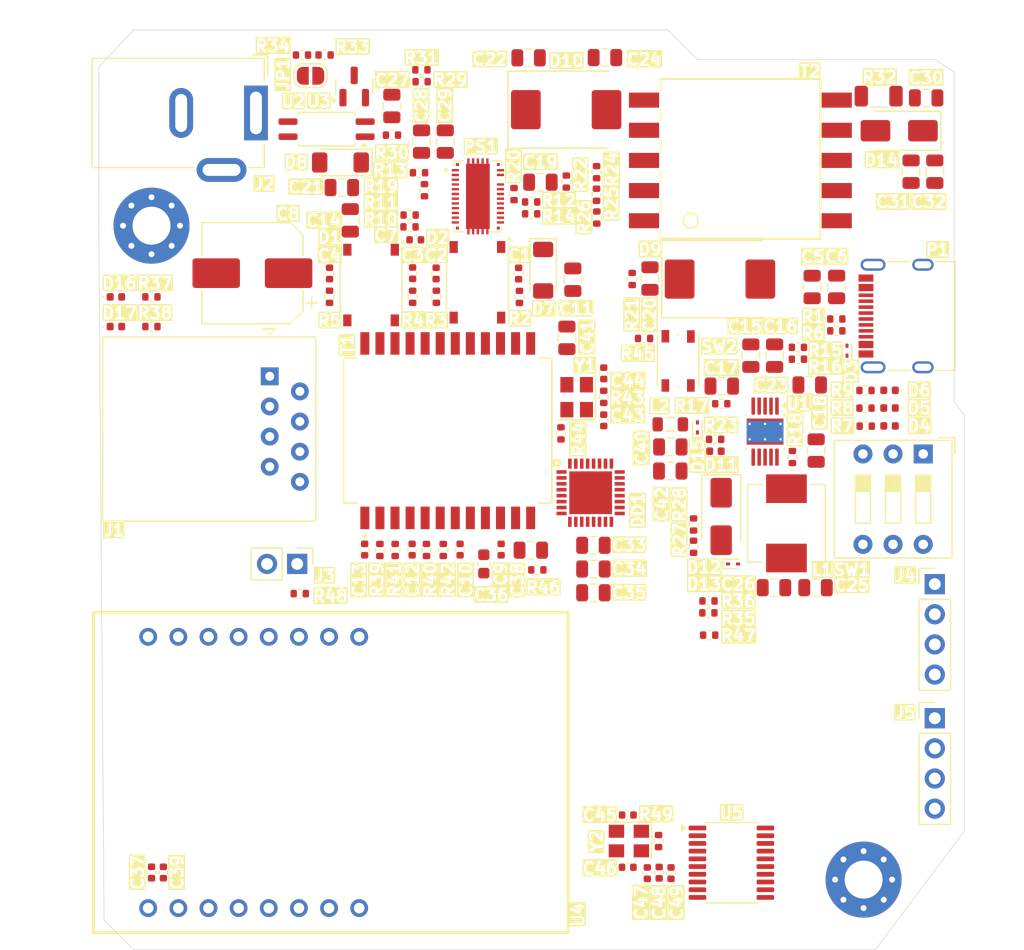
<source format=kicad_pcb>
(kicad_pcb (version 20240108) (generator "pcbnew") (generator_version "8.0")
  (layers (0 "F.Cu" signal) (31 "B.Cu" signal) (34 "B.Paste" user) (35 "F.Paste" user) (36 "B.SilkS" user "B.Silkscreen") (37 "F.SilkS" user "F.Silkscreen") (38 "B.Mask" user) (39 "F.Mask" user) (44 "Edge.Cuts" user))
  (net 0 "")
  (net 1 "Net-(C1-Pad2)")
  (net 2 "Net-(C1-Pad1)")
  (net 3 "Net-(C2-Pad2)")
  (net 4 "Net-(C3-Pad2)")
  (net 5 "Net-(C4-Pad2)")
  (net 6 "+5V USB")
  (net 7 "Earth")
  (net 8 "GND1")
  (net 9 "/Power and PoE/POE_IN_+")
  (net 10 "Net-(T1-TCT4)")
  (net 11 "Net-(T1-TCT3)")
  (net 12 "/Power and PoE/POE_IN_-")
  (net 13 "Net-(T1-TCT2)")
  (net 14 "Net-(T1-TCT1)")
  (net 15 "Net-(PS1-DTHR)")
  (net 16 "Net-(U1-VIN)")
  (net 17 "Net-(U1-SS{slash}TR)")
  (net 18 "Net-(C18-Pad1)")
  (net 19 "Net-(C19-Pad2)")
  (net 20 "Net-(PS1-COMP)")
  (net 21 "Net-(D9-K)")
  (net 22 "Net-(D8-K)")
  (net 23 "Net-(D10-K)")
  (net 24 "Net-(D12-K)")
  (net 25 "Net-(U1-BOOT)")
  (net 26 "Net-(D10-A)")
  (net 27 "+3.3V")
  (net 28 "Net-(U3-K)")
  (net 29 "Net-(C27-Pad2)")
  (net 30 "Net-(C28-Pad1)")
  (net 31 "+12V_POE")
  (net 32 "Net-(C30-Pad1)")
  (net 33 "Net-(C36-Pad2)")
  (net 34 "Net-(DD1-AVDD33_1)")
  (net 35 "Net-(DD1-AVDD10OUT)")
  (net 36 "Net-(DD1-DVDD10OUT)")
  (net 37 "OSC_IN")
  (net 38 "OSC_OUT")
  (net 39 "OSC_8_IN")
  (net 40 "OSC_8_OUT")
  (net 41 "/Power and PoE/POE_VAC2")
  (net 42 "/Power and PoE/POE_VAC1")
  (net 43 "/Power and PoE/POE_VAC4")
  (net 44 "/Power and PoE/POE_VAC3")
  (net 45 "Net-(D4-A)")
  (net 46 "Net-(D5-A)")
  (net 47 "Net-(D6-A)")
  (net 48 "Net-(D9-A)")
  (net 49 "Net-(D11-A)")
  (net 50 "Net-(D11-K)")
  (net 51 "Net-(D14-A)")
  (net 52 "Net-(D16-A)")
  (net 53 "Net-(D17-A)")
  (net 54 "EMAC_RXD1")
  (net 55 "Net-(DD1-RSET)")
  (net 56 "TD2-")
  (net 57 "TD2+")
  (net 58 "EMAC_TXD0")
  (net 59 "Net-(DD1-RXDV)")
  (net 60 "EMAC_TXD1")
  (net 63 "EMAC_CRS_DV")
  (net 64 "EMAC_RXD0")
  (net 65 "Net-(DD1-LED1{slash}PHYAD[1])")
  (net 67 "Net-(DD1-LED0{slash}_PHYAD[0]{slash}PMEB)")
  (net 69 "EMAC_MDC")
  (net 71 "TD1-")
  (net 72 "RST")
  (net 73 "TD1+")
  (net 75 "MDI_0")
  (net 76 "EMAC_TX_EN")
  (net 78 "Net-(T1-MX2-)")
  (net 79 "Net-(T1-MX4+)")
  (net 80 "Net-(T1-MX3+)")
  (net 81 "Net-(T1-MX2+)")
  (net 82 "Net-(T1-MX3-)")
  (net 83 "Net-(T1-MX4-)")
  (net 84 "Net-(T1-MX1+)")
  (net 85 "Net-(T1-MX1-)")
  (net 86 "VIN")
  (net 87 "Net-(J3-Pin_1)")
  (net 88 "SW_CLK")
  (net 89 "SW_DIO")
  (net 90 "UART_STM_RX")
  (net 91 "UART_STM_TX")
  (net 92 "Net-(JP1-A)")
  (net 93 "Net-(JP1-B)")
  (net 95 "Net-(P1-VCONN)")
  (net 97 "Net-(P1-CC)")
  (net 98 "Net-(PS1-AUX_V)")
  (net 99 "Net-(PS1-DEN)")
  (net 100 "Net-(PS1-CP)")
  (net 102 "Net-(PS1-FRS)")
  (net 104 "Net-(PS1-CLS)")
  (net 107 "Net-(PS1-SRF)")
  (net 109 "Net-(PS1-FB)")
  (net 111 "Net-(PS1-SRR)")
  (net 113 "/Power and PoE/AUX_D")
  (net 115 "Net-(U1-EN)")
  (net 116 "Net-(U1-RT{slash}CLK)")
  (net 117 "Net-(U1-COMP)")
  (net 118 "Net-(R26-Pad1)")
  (net 119 "Net-(U1-VSENSE)")
  (net 120 "Net-(R30-Pad2)")
  (net 121 "TD4-")
  (net 122 "TD3+")
  (net 123 "TD3-")
  (net 124 "TD4+")
  (footprint "Package_SO:SOIC-4_4.55x2.6mm_P1.27mm" (layer "F.Cu") (at 38.75 48.365 180)
    (property "Reference" "U2" (at 2.807777 2.33625 0) (layer "F.SilkS" knockout) (effects (font (thickness 0.2) (bold yes))))
    (property "Value" "TLP293")
    (pad "1" smd roundrect (at -3.25 -0.635 180) (size 1.6 0.55) (layers "F.Cu" "F.Paste" "F.Mask") (net 120 "Net-(R30-Pad2)"))
    (pad "2" smd roundrect (at -3.25 0.635 180) (size 1.6 0.55) (layers "F.Cu" "F.Paste" "F.Mask") (net 28 "Net-(U3-K)"))
    (pad "3" smd roundrect (at 3.25 0.635 180) (size 1.6 0.55) (layers "F.Cu" "F.Paste" "F.Mask") (net 8 "GND1"))
    (pad "4" smd roundrect (at 3.25 -0.635 180) (size 1.6 0.55) (layers "F.Cu" "F.Paste" "F.Mask") (net 113 "/Power and PoE/AUX_D"))
  )
  (footprint "Capacitor_SMD:C_0805_2012Metric" (layer "F.Cu") (at 81.725 61.66 90)
    (property "Reference" "C6" (at 2.55 0 0) (layer "F.SilkS" knockout) (effects (font (thickness 0.2) (bold yes))))
    (property "Value" "100n")
    (pad "1" smd roundrect (at -0.95 0 90) (size 1 1.45) (layers "F.Cu" "F.Paste" "F.Mask") (net 6 "+5V USB"))
    (pad "2" smd roundrect (at 0.95 0 90) (size 1 1.45) (layers "F.Cu" "F.Paste" "F.Mask") (net 7 "Earth"))
  )
  (footprint "Capacitor_SMD:C_0402_1005Metric" (layer "F.Cu") (at 66.774695 111.013948 -90)
    (property "Reference" "C48" (at 2.52 0 90) (layer "F.SilkS" knockout) (effects (font (thickness 0.2) (bold yes))))
    (property "Value" "0.1u")
    (pad "1" smd roundrect (at -0.48 0 270) (size 0.56 0.62) (layers "F.Cu" "F.Paste" "F.Mask") (net 27 "+3.3V"))
    (pad "2" smd roundrect (at 0.48 0 270) (size 0.56 0.62) (layers "F.Cu" "F.Paste" "F.Mask") (net 7 "Earth"))
  )
  (footprint "Capacitor_SMD:C_0402_1005Metric" (layer "F.Cu") (at 64.122189 110.557314)
    (property "Reference" "C46" (at -2.347189 0.117686 0) (layer "F.SilkS" knockout) (effects (font (thickness 0.2) (bold yes))))
    (property "Value" "20p")
    (pad "1" smd roundrect (at -0.48 0) (size 0.56 0.62) (layers "F.Cu" "F.Paste" "F.Mask") (net 40 "OSC_8_OUT"))
    (pad "2" smd roundrect (at 0.48 0) (size 0.56 0.62) (layers "F.Cu" "F.Paste" "F.Mask") (net 7 "Earth"))
  )
  (footprint "Resistor_SMD:R_0402_1005Metric" (layer "F.Cu") (at 55.99 54.5 180)
    (property "Reference" "R12" (at -2.313796 0.107593 0) (layer "F.SilkS" knockout) (effects (font (thickness 0.2) (bold yes))))
    (property "Value" "45.3k")
    (pad "1" smd roundrect (at -0.51 0 180) (size 0.54 0.64) (layers "F.Cu" "F.Paste" "F.Mask") (net 12 "/Power and PoE/POE_IN_-"))
    (pad "2" smd roundrect (at 0.51 0 180) (size 0.54 0.64) (layers "F.Cu" "F.Paste" "F.Mask") (net 104 "Net-(PS1-CLS)"))
  )
  (footprint "Capacitor_SMD:C_0805_2012Metric" (layer "F.Cu") (at 66 60.95 90)
    (property "Reference" "C20" (at -3.05 0 90) (layer "F.SilkS" knockout) (effects (font (thickness 0.2) (bold yes))))
    (property "Value" "0.1uF")
    (pad "1" smd roundrect (at -0.95 0 90) (size 1 1.45) (layers "F.Cu" "F.Paste" "F.Mask") (net 9 "/Power and PoE/POE_IN_+"))
    (pad "2" smd roundrect (at 0.95 0 90) (size 1 1.45) (layers "F.Cu" "F.Paste" "F.Mask") (net 21 "Net-(D9-K)"))
  )
  (footprint "Package_TO_SOT_SMD:SOT-23" (layer "F.Cu") (at 41.078743 44.772951 90)
    (property "Reference" "U3" (at -1.249224 -2.998137 0) (layer "F.SilkS" knockout) (effects (font (thickness 0.2) (bold yes))))
    (property "Value" "CJ431")
    (pad "1" smd roundrect (at -0.9375 -0.95 90) (size 1.475 0.6) (layers "F.Cu" "F.Paste" "F.Mask") (net 92 "Net-(JP1-A)"))
    (pad "2" smd roundrect (at -0.9375 0.95 90) (size 1.475 0.6) (layers "F.Cu" "F.Paste" "F.Mask") (net 28 "Net-(U3-K)"))
    (pad "3" smd roundrect (at 0.9375 0 90) (size 1.475 0.6) (layers "F.Cu" "F.Paste" "F.Mask") (net 7 "Earth"))
  )
  (footprint "Resistor_SMD:R_0402_1005Metric" (layer "F.Cu") (at 69.675008 81.677368 90)
    (property "Reference" "R28" (at 1.677368 -1.175008 90) (layer "F.SilkS" knockout) (effects (font (thickness 0.2) (bold yes))))
    (property "Value" "10k")
    (pad "1" smd roundrect (at -0.51 0 90) (size 0.54 0.64) (layers "F.Cu" "F.Paste" "F.Mask") (net 119 "Net-(U1-VSENSE)"))
    (pad "2" smd roundrect (at 0.51 0 90) (size 0.54 0.64) (layers "F.Cu" "F.Paste" "F.Mask") (net 7 "Earth"))
  )
  (footprint "Resistor_SMD:R_0402_1005Metric" (layer "F.Cu") (at 70.920988 89.121106)
    (property "Reference" "R35" (at 2.51 0.5 0) (layer "F.SilkS" knockout) (effects (font (thickness 0.2) (bold yes))))
    (property "Value" "4.7k")
    (pad "1" smd roundrect (at -0.51 0) (size 0.54 0.64) (layers "F.Cu" "F.Paste" "F.Mask") (net 65 "Net-(DD1-LED1{slash}PHYAD[1])"))
    (pad "2" smd roundrect (at 0.51 0) (size 0.54 0.64) (layers "F.Cu" "F.Paste" "F.Mask") (net 7 "Earth"))
  )
  (footprint "LED_SMD:LED_0402_1005Metric" (layer "F.Cu") (at 21 62.5)
    (property "Reference" "D16" (at 0.294761 -1.135183 0) (layer "F.SilkS" knockout) (effects (font (thickness 0.2) (bold yes))))
    (property "Value" "YELLOW")
    (pad "1" smd roundrect (at -0.485 0) (size 0.59 0.64) (layers "F.Cu" "F.Paste" "F.Mask") (net 7 "Earth"))
    (pad "2" smd roundrect (at 0.485 0) (size 0.59 0.64) (layers "F.Cu" "F.Paste" "F.Mask") (net 52 "Net-(D16-A)"))
  )
  (footprint "Capacitor_SMD:C_0805_2012Metric" (layer "F.Cu") (at 59.5 61.05 -90)
    (property "Reference" "C11" (at 2.445487 -0.260958 180) (layer "F.SilkS" knockout) (effects (font (thickness 0.2) (bold yes))))
    (property "Value" "0.1uF")
    (pad "1" smd roundrect (at -0.95 0 270) (size 1 1.45) (layers "F.Cu" "F.Paste" "F.Mask") (net 9 "/Power and PoE/POE_IN_+"))
    (pad "2" smd roundrect (at 0.95 0 270) (size 1 1.45) (layers "F.Cu" "F.Paste" "F.Mask") (net 12 "/Power and PoE/POE_IN_-"))
  )
  (footprint "Resistor_SMD:R_0402_1005Metric" (layer "F.Cu") (at 81.7 65.36 180)
    (property "Reference" "R6" (at 1.965036 -0.225899 0) (layer "F.SilkS" knockout) (effects (font (thickness 0.2) (bold yes))))
    (property "Value" "5.1k")
    (pad "1" smd roundrect (at -0.51 0 180) (size 0.54 0.64) (layers "F.Cu" "F.Paste" "F.Mask") (net 97 "Net-(P1-CC)"))
    (pad "2" smd roundrect (at 0.51 0 180) (size 0.54 0.64) (layers "F.Cu" "F.Paste" "F.Mask") (net 7 "Earth"))
  )
  (footprint "Resistor_SMD:R_0402_1005Metric" (layer "F.Cu") (at 44.530813 83.823557 90)
    (property "Reference" "R41" (at -2.52 -0.030813 90) (layer "F.SilkS" knockout) (effects (font (thickness 0.2) (bold yes))))
    (property "Value" "49.9")
    (pad "1" smd roundrect (at -0.51 0 90) (size 0.54 0.64) (layers "F.Cu" "F.Paste" "F.Mask") (net 33 "Net-(C36-Pad2)"))
    (pad "2" smd roundrect (at 0.51 0 90) (size 0.54 0.64) (layers "F.Cu" "F.Paste" "F.Mask") (net 71 "TD1-"))
  )
  (footprint "Oscillator:Oscillator_SMD_Abracon_ASE-4Pin_3.2x2.5mm" (layer "F.Cu") (at 64.225 108.35 180)
    (property "Reference" "Y2" (at 2.719896 -0.00261 90) (layer "F.SilkS" knockout) (effects (font (thickness 0.2) (bold yes))))
    (property "Value" "X322525MOB4SI")
    (pad "1" smd rect (at -1.05 0.825 180) (size 1.3 1.1) (layers "F.Cu" "F.Paste" "F.Mask") (net 39 "OSC_8_IN"))
    (pad "2" smd rect (at 1.05 0.825 180) (size 1.3 1.1) (layers "F.Cu" "F.Paste" "F.Mask") (net 7 "Earth"))
    (pad "3" smd rect (at 1.05 -0.825 180) (size 1.3 1.1) (layers "F.Cu" "F.Paste" "F.Mask") (net 40 "OSC_8_OUT"))
    (pad "4" smd rect (at -1.05 -0.825 180) (size 1.3 1.1) (layers "F.Cu" "F.Paste" "F.Mask") (net 7 "Earth"))
  )
  (footprint "Capacitor_SMD:C_0805_2012Metric" (layer "F.Cu") (at 67.709304 77.171707 180)
    (property "Reference" "C42" (at 0.698158 -2.792154 90) (layer "F.SilkS" knockout) (effects (font (thickness 0.2) (bold yes))))
    (property "Value" "0.1u")
    (pad "1" smd roundrect (at -0.95 0 180) (size 1 1.45) (layers "F.Cu" "F.Paste" "F.Mask") (net 7 "Earth"))
    (pad "2" smd roundrect (at 0.95 0 180) (size 1 1.45) (layers "F.Cu" "F.Paste" "F.Mask") (net 36 "Net-(DD1-DVDD10OUT)"))
  )
  (footprint "Capacitor_SMD:C_0805_2012Metric" (layer "F.Cu") (at 59 65.95 -90)
    (property "Reference" "C41" (at -0.074129 -1.737209 -90) (layer "F.SilkS" knockout) (effects (font (thickness 0.2) (bold yes))))
    (property "Value" "0.1u")
    (pad "1" smd roundrect (at -0.95 0 270) (size 1 1.45) (layers "F.Cu" "F.Paste" "F.Mask") (net 7 "Earth"))
    (pad "2" smd roundrect (at 0.95 0 270) (size 1 1.45) (layers "F.Cu" "F.Paste" "F.Mask") (net 35 "Net-(DD1-AVDD10OUT)"))
  )
  (footprint "Capacitor_SMD:C_0805_2012Metric" (layer "F.Cu") (at 79.663789 61.664737 90)
    (property "Reference" "C5" (at 2.554737 0.061211 0) (layer "F.SilkS" knockout) (effects (font (thickness 0.2) (bold yes))))
    (property "Value" "22u")
    (pad "1" smd roundrect (at -0.95 0 90) (size 1 1.45) (layers "F.Cu" "F.Paste" "F.Mask") (net 6 "+5V USB"))
    (pad "2" smd roundrect (at 0.95 0 90) (size 1 1.45) (layers "F.Cu" "F.Paste" "F.Mask") (net 7 "Earth"))
  )
  (footprint "Resistor_SMD:R_0402_1005Metric" (layer "F.Cu") (at 61.495253 53.892907 -90)
    (property "Reference" "R25" (at 0.762545 -1.282435 -90) (layer "F.SilkS" knockout) (effects (font (thickness 0.2) (bold yes))))
    (property "Value" "24k")
    (pad "1" smd roundrect (at -0.51 0 270) (size 0.54 0.64) (layers "F.Cu" "F.Paste" "F.Mask") (net 109 "Net-(PS1-FB)"))
    (pad "2" smd roundrect (at 0.51 0 270) (size 0.54 0.64) (layers "F.Cu" "F.Paste" "F.Mask") (net 26 "Net-(D10-A)"))
  )
  (footprint "Jumper:SolderJumper-2_P1.3mm_Open_RoundedPad1.0x1.5mm" (layer "F.Cu") (at 37.4 43.865 180)
    (property "Reference" "JP1" (at 2.300282 0.130099 90) (layer "F.SilkS" knockout) (effects (font (thickness 0.2) (bold yes))))
    (property "Value" "SolderJumper_2_Open")
    (pad "1" smd custom (at -0.65 0 180) (size 1 0.5) (layers "F.Cu" "F.Mask") (net 92 "Net-(JP1-A)") (options (clearance outline) (anchor rect)) (primitives (gr_circle (center 0 0.25) (end 0.5 0.25) (width 0) (fill yes)) (gr_circle (center 0 -0.25) (end 0.5 -0.25) (width 0) (fill yes)) (gr_poly (pts (xy 0.5 0.75) (xy 0 0.75) (xy 0 -0.75) (xy 0.5 -0.75)) (width 0) (fill yes))))
    (pad "2" smd custom (at 0.65 0 180) (size 1 0.5) (layers "F.Cu" "F.Mask") (net 93 "Net-(JP1-B)") (options (clearance outline) (anchor rect)) (primitives (gr_circle (center 0 0.25) (end 0.5 0.25) (width 0) (fill yes)) (gr_circle (center 0 -0.25) (end 0.5 -0.25) (width 0) (fill yes)) (gr_poly (pts (xy 0 0.75) (xy -0.5 0.75) (xy -0.5 -0.75) (xy 0 -0.75)) (width 0) (fill yes))))
  )
  (footprint "Capacitor_SMD:C_0805_2012Metric" (layer "F.Cu") (at 61.234522 83.428922)
    (property "Reference" "C33" (at 3 0 0) (layer "F.SilkS" knockout) (effects (font (thickness 0.2) (bold yes))))
    (property "Value" "0.1u")
    (pad "1" smd roundrect (at -0.95 0) (size 1 1.45) (layers "F.Cu" "F.Paste" "F.Mask") (net 27 "+3.3V"))
    (pad "2" smd roundrect (at 0.95 0) (size 1 1.45) (layers "F.Cu" "F.Paste" "F.Mask") (net 7 "Earth"))
  )
  (footprint "Diode_SMD:D_MiniMELF" (layer "F.Cu") (at 39.920255 51.172055 180)
    (property "Reference" "D8" (at 3.75 0 0) (layer "F.SilkS" knockout) (effects (font (thickness 0.2) (bold yes))))
    (property "Value" "BZV55C6V2")
    (pad "1" smd roundrect (at -1.75 0 180) (size 1.3 1.7) (layers "F.Cu" "F.Paste" "F.Mask") (roundrect_rratio 0.1923076923) (net 22 "Net-(D8-K)"))
    (pad "2" smd roundrect (at 1.75 0 180) (size 1.3 1.7) (layers "F.Cu" "F.Paste" "F.Mask") (roundrect_rratio 0.1923076923) (net 8 "GND1"))
  )
  (footprint "LED_SMD:LED_0402_1005Metric" (layer "F.Cu") (at 86.185 71.86 180)
    (property "Reference" "D5" (at -2.485 -0.01 0) (layer "F.SilkS" knockout) (effects (font (thickness 0.2) (bold yes))))
    (property "Value" "LED")
    (pad "1" smd roundrect (at -0.485 0 180) (size 0.59 0.64) (layers "F.Cu" "F.Paste" "F.Mask") (net 7 "Earth"))
    (pad "2" smd roundrect (at 0.485 0 180) (size 0.59 0.64) (layers "F.Cu" "F.Paste" "F.Mask") (net 46 "Net-(D5-A)"))
  )
  (footprint "Capacitor_SMD:C_0805_2012Metric" (layer "F.Cu") (at 72.048749 70.014595 180)
    (property "Reference" "C17" (at 0.048749 1.514595 0) (layer "F.SilkS" knockout) (effects (font (thickness 0.2) (bold yes))))
    (property "Value" "100n")
    (pad "1" smd roundrect (at -0.95 0 180) (size 1 1.45) (layers "F.Cu" "F.Paste" "F.Mask") (net 17 "Net-(U1-SS{slash}TR)"))
    (pad "2" smd roundrect (at 0.95 0 180) (size 1 1.45) (layers "F.Cu" "F.Paste" "F.Mask") (net 7 "Earth"))
  )
  (footprint "Resistor_SMD:R_0402_1005Metric" (layer "F.Cu") (at 71.49 74.5)
    (property "Reference" "R23" (at 0.49 -1.17 0) (layer "F.SilkS" knockout) (effects (font (thickness 0.2) (bold yes))))
    (property "Value" "1k")
    (pad "1" smd roundrect (at -0.51 0) (size 0.54 0.64) (layers "F.Cu" "F.Paste" "F.Mask") (net 49 "Net-(D11-A)"))
    (pad "2" smd roundrect (at 0.51 0) (size 0.54 0.64) (layers "F.Cu" "F.Paste" "F.Mask") (net 31 "+12V_POE"))
  )
  (footprint "Diode_SMD:D_SOD-923" (layer "F.Cu") (at 82.603378 67.034459 90)
    (property "Reference" "D3" (at -1.750536 0.358377 90) (layer "F.SilkS" knockout) (effects (font (thickness 0.2) (bold yes))))
    (property "Value" "ESD9B5.0ST5G")
    (pad "1" smd roundrect (at -0.42 0 270) (size 0.36 0.25) (layers "F.Cu" "F.Paste" "F.Mask") (net 7 "Earth"))
    (pad "2" smd roundrect (at 0.42 0 270) (size 0.36 0.25) (layers "F.Cu" "F.Paste" "F.Mask") (net 6 "+5V USB"))
  )
  (footprint "Capacitor_SMD:C_0402_1005Metric" (layer "F.Cu") (at 45.96 83.79 90)
    (property "Reference" "C12" (at -2.553557 0.04 90) (layer "F.SilkS" knockout) (effects (font (thickness 0.2) (bold yes))))
    (property "Value" "100n")
    (pad "1" smd roundrect (at -0.48 0 90) (size 0.56 0.62) (layers "F.Cu" "F.Paste" "F.Mask") (net 7 "Earth"))
    (pad "2" smd roundrect (at 0.48 0 90) (size 0.56 0.62) (layers "F.Cu" "F.Paste" "F.Mask") (net 13 "Net-(T1-TCT2)"))
  )
  (footprint "POE-PD:XFMR-SMD_HR051142" (layer "F.Cu") (at 73.62 51 -90)
    (property "Reference" "T2" (at -7.5 -5.88 180) (layer "F.SilkS" knockout) (effects (font (thickness 0.2) (bold yes))))
    (property "Value" "~")
    (pad "1" smd rect (at 5.08 8.12 90) (size 1.27 2.54) (layers "F.Cu" "F.Paste" "F.Mask") (net 118 "Net-(R26-Pad1)"))
    (pad "2" smd rect (at 2.54 8.12 90) (size 1.27 2.54) (layers "F.Cu" "F.Paste" "F.Mask") (net 100 "Net-(PS1-CP)"))
    (pad "3" smd rect (at 0 8.12 90) (size 1.27 2.54) (layers "F.Cu" "F.Paste" "F.Mask") (net 9 "/Power and PoE/POE_IN_+"))
    (pad "4" smd rect (at -2.54 8.12 90) (size 1.27 2.54) (layers "F.Cu" "F.Paste" "F.Mask") (net 48 "Net-(D9-A)"))
    (pad "5" smd rect (at -5.08 8.12 90) (size 1.27 2.54) (layers "F.Cu" "F.Paste" "F.Mask"))
    (pad "6" smd rect (at -5.08 -8.12 90) (size 1.27 2.54) (layers "F.Cu" "F.Paste" "F.Mask"))
    (pad "7" smd rect (at -2.54 -8.12 90) (size 1.27 2.54) (layers "F.Cu" "F.Paste" "F.Mask") (net 51 "Net-(D14-A)"))
    (pad "8" smd rect (at 0 -8.12 90) (size 1.27 2.54) (layers "F.Cu" "F.Paste" "F.Mask") (net 51 "Net-(D14-A)"))
    (pad "9" smd rect (at 2.54 -8.12 90) (size 1.27 2.54) (layers "F.Cu" "F.Paste" "F.Mask") (net 7 "Earth"))
    (pad "10" smd rect (at 5.08 -8.12 90) (size 1.27 2.54) (layers "F.Cu" "F.Paste" "F.Mask") (net 7 "Earth"))
  )
  (footprint "Resistor_SMD:R_0402_1005Metric" (layer "F.Cu") (at 70.99 91)
    (property "Reference" "R47" (at 2.44233 0.056599 0) (layer "F.SilkS" knockout) (effects (font (thickness 0.2) (bold yes))))
    (property "Value" "4.7k")
    (pad "1" smd roundrect (at -0.51 0) (size 0.54 0.64) (layers "F.Cu" "F.Paste" "F.Mask") (net 75 "MDI_0"))
    (pad "2" smd roundrect (at 0.51 0) (size 0.54 0.64) (layers "F.Cu" "F.Paste" "F.Mask") (net 27 "+3.3V"))
  )
  (footprint "Resistor_SMD:R_0402_1005Metric" (layer "F.Cu") (at 62.10346 70.92 -90)
    (property "Reference" "R43" (at 0.117115 -1.956032 180) (layer "F.SilkS" knockout) (effects (font (thickness 0.2) (bold yes))))
    (property "Value" "1M")
    (pad "1" smd roundrect (at -0.51 0 270) (size 0.54 0.64) (layers "F.Cu" "F.Paste" "F.Mask") (net 38 "OSC_OUT"))
    (pad "2" smd roundrect (at 0.51 0 270) (size 0.54 0.64) (layers "F.Cu" "F.Paste" "F.Mask") (net 37 "OSC_IN"))
  )
  (footprint "Resistor_SMD:R_0402_1005Metric" (layer "F.Cu") (at 36.678634 42.119227)
    (property "Reference" "R34" (at -2.471296 -0.74651 0) (layer "F.SilkS" knockout) (effects (font (thickness 0.2) (bold yes))))
    (property "Value" "15.4k")
    (pad "1" smd roundrect (at -0.51 0) (size 0.54 0.64) (layers "F.Cu" "F.Paste" "F.Mask") (net 31 "+12V_POE"))
    (pad "2" smd roundrect (at 0.51 0) (size 0.54 0.64) (layers "F.Cu" "F.Paste" "F.Mask") (net 93 "Net-(JP1-B)"))
  )
  (footprint "Capacitor_SMD:C_0805_2012Metric" (layer "F.Cu") (at 80 75.45 -90)
    (property "Reference" "C18" (at -3.230651 -0.329441 90) (layer "F.SilkS" knockout) (effects (font (thickness 0.2) (bold yes))))
    (property "Value" "4700p")
    (pad "1" smd roundrect (at -0.95 0 270) (size 1 1.45) (layers "F.Cu" "F.Paste" "F.Mask") (net 18 "Net-(C18-Pad1)"))
    (pad "2" smd roundrect (at 0.95 0 270) (size 1 1.45) (layers "F.Cu" "F.Paste" "F.Mask") (net 7 "Earth"))
  )
  (footprint "Capacitor_SMD:C_0402_1005Metric" (layer "F.Cu") (at 46 60.5 -90)
    (property "Reference" "C3" (at -1.5 0 180) (layer "F.SilkS" knockout) (effects (font (thickness 0.2) (bold yes))))
    (property "Value" "1n")
    (pad "1" smd roundrect (at -0.48 0 270) (size 0.56 0.62) (layers "F.Cu" "F.Paste" "F.Mask") (net 2 "Net-(C1-Pad1)"))
    (pad "2" smd roundrect (at 0.48 0 270) (size 0.56 0.62) (layers "F.Cu" "F.Paste" "F.Mask") (net 4 "Net-(C3-Pad2)"))
  )
  (footprint "Diode_SMD:D_SOD-923" (layer "F.Cu") (at 73 85)
    (property "Reference" "D13" (at -2.458448 1.708389 0) (layer "F.SilkS" knockout) (effects (font (thickness 0.2) (bold yes))))
    (property "Value" "ESD9B3.3ST5G")
    (pad "1" smd roundrect (at -0.42 0 180) (size 0.36 0.25) (layers "F.Cu" "F.Paste" "F.Mask") (net 7 "Earth"))
    (pad "2" smd roundrect (at 0.42 0 180) (size 0.36 0.25) (layers "F.Cu" "F.Paste" "F.Mask") (net 27 "+3.3V"))
  )
  (footprint "RTL8201F:QFN50P500X500X100-33N" (layer "F.Cu") (at 61 79)
    (property "Reference" "DD1" (at 4 1.5 90) (layer "F.SilkS" knockout) (effects (font (thickness 0.2) (bold yes))))
    (property "Value" "RTL8201F-VB-CG" (hide yes))
    (pad "1" smd rect (at -2.45 -1.75 90) (size 0.3 0.85) (layers "F.Cu" "F.Paste" "F.Mask") (net 55 "Net-(DD1-RSET)"))
    (pad "2" smd rect (at -2.45 -1.25 90) (size 0.3 0.85) (layers "F.Cu" "F.Paste" "F.Mask") (net 35 "Net-(DD1-AVDD10OUT)"))
    (pad "3" smd rect (at -2.45 -0.75 90) (size 0.3 0.85) (layers "F.Cu" "F.Paste" "F.Mask") (net 73 "TD1+"))
    (pad "4" smd rect (at -2.45 -0.25 90) (size 0.3 0.85) (layers "F.Cu" "F.Paste" "F.Mask") (net 71 "TD1-"))
    (pad "5" smd rect (at -2.45 0.25 90) (size 0.3 0.85) (layers "F.Cu" "F.Paste" "F.Mask") (net 57 "TD2+"))
    (pad "6" smd rect (at -2.45 0.75 90) (size 0.3 0.85) (layers "F.Cu" "F.Paste" "F.Mask") (net 56 "TD2-"))
    (pad "7" smd rect (at -2.45 1.25 90) (size 0.3 0.85) (layers "F.Cu" "F.Paste" "F.Mask") (net 34 "Net-(DD1-AVDD33_1)"))
    (pad "8" smd rect (at -2.45 1.75 90) (size 0.3 0.85) (layers "F.Cu" "F.Paste" "F.Mask") (net 59 "Net-(DD1-RXDV)"))
    (pad "9" smd rect (at -1.75 2.45) (size 0.3 0.85) (layers "F.Cu" "F.Paste" "F.Mask") (net 64 "EMAC_RXD0"))
    (pad "10" smd rect (at -1.25 2.45) (size 0.3 0.85) (layers "F.Cu" "F.Paste" "F.Mask") (net 54 "EMAC_RXD1"))
    (pad "11" smd rect (at -0.75 2.45) (size 0.3 0.85) (layers "F.Cu" "F.Paste" "F.Mask"))
    (pad "12" smd rect (at -0.25 2.45) (size 0.3 0.85) (layers "F.Cu" "F.Paste" "F.Mask") (net 27 "+3.3V"))
    (pad "13" smd rect (at 0.25 2.45) (size 0.3 0.85) (layers "F.Cu" "F.Paste" "F.Mask"))
    (pad "14" smd rect (at 0.75 2.45) (size 0.3 0.85) (layers "F.Cu" "F.Paste" "F.Mask") (net 27 "+3.3V"))
    (pad "15" smd rect (at 1.25 2.45) (size 0.3 0.85) (layers "F.Cu" "F.Paste" "F.Mask"))
    (pad "16" smd rect (at 1.75 2.45) (size 0.3 0.85) (layers "F.Cu" "F.Paste" "F.Mask") (net 58 "EMAC_TXD0"))
    (pad "17" smd rect (at 2.45 1.75 90) (size 0.3 0.85) (layers "F.Cu" "F.Paste" "F.Mask") (net 60 "EMAC_TXD1"))
    (pad "18" smd rect (at 2.45 1.25 90) (size 0.3 0.85) (layers "F.Cu" "F.Paste" "F.Mask"))
    (pad "19" smd rect (at 2.45 0.75 90) (size 0.3 0.85) (layers "F.Cu" "F.Paste" "F.Mask"))
    (pad "20" smd rect (at 2.45 0.25 90) (size 0.3 0.85) (layers "F.Cu" "F.Paste" "F.Mask") (net 76 "EMAC_TX_EN"))
    (pad "21" smd rect (at 2.45 -0.25 90) (size 0.3 0.85) (layers "F.Cu" "F.Paste" "F.Mask") (net 72 "RST"))
    (pad "22" smd rect (at 2.45 -0.75 90) (size 0.3 0.85) (layers "F.Cu" "F.Paste" "F.Mask") (net 69 "EMAC_MDC"))
    (pad "23" smd rect (at 2.45 -1.25 90) (size 0.3 0.85) (layers "F.Cu" "F.Paste" "F.Mask") (net 75 "MDI_0"))
    (pad "24" smd rect (at 2.45 -1.75 90) (size 0.3 0.85) (layers "F.Cu" "F.Paste" "F.Mask") (net 67 "Net-(DD1-LED0{slash}_PHYAD[0]{slash}PMEB)"))
    (pad "25" smd rect (at 1.75 -2.45) (size 0.3 0.85) (layers "F.Cu" "F.Paste" "F.Mask") (net 65 "Net-(DD1-LED1{slash}PHYAD[1])"))
    (pad "26" smd rect (at 1.25 -2.45) (size 0.3 0.85) (layers "F.Cu" "F.Paste" "F.Mask") (net 63 "EMAC_CRS_DV"))
    (pad "27" smd rect (at 0.75 -2.45) (size 0.3 0.85) (layers "F.Cu" "F.Paste" "F.Mask"))
    (pad "28" smd rect (at 0.25 -2.45) (size 0.3 0.85) (layers "F.Cu" "F.Paste" "F.Mask"))
    (pad "29" smd rect (at -0.25 -2.45) (size 0.3 0.85) (layers "F.Cu" "F.Paste" "F.Mask") (net 36 "Net-(DD1-DVDD10OUT)"))
    (pad "30" smd rect (at -0.75 -2.45) (size 0.3 0.85) (layers "F.Cu" "F.Paste" "F.Mask") (net 34 "Net-(DD1-AVDD33_1)"))
    (pad "31" smd rect (at -1.25 -2.45) (size 0.3 0.85) (layers "F.Cu" "F.Paste" "F.Mask") (net 37 "OSC_IN"))
    (pad "32" smd rect (at -1.75 -2.45) (size 0.3 0.85) (layers "F.Cu" "F.Paste" "F.Mask") (net 38 "OSC_OUT"))
    (pad "33" smd rect (at 0 0) (size 3.6 3.6) (layers "F.Cu" "F.Paste" "F.Mask") (net 7 "Earth"))
  )
  (footprint "Ethernet trasformer:XFMR_SM51625EL" (layer "F.Cu") (at 48.96 73.77 90)
    (property "Reference" "T1" (at 7.27 -8.46 -90) (layer "F.SilkS" knockout) (effects (font (thickness 0.2) (bold yes))))
    (property "Value" "SM51625EL")
    (pad "1" smd rect (at -7.35 -6.985 90) (size 1.9 0.76) (layers "F.Cu" "F.Paste" "F.Mask") (net 14 "Net-(T1-TCT1)"))
    (pad "2" smd rect (at -7.35 -5.715 90) (size 1.9 0.76) (layers "F.Cu" "F.Paste" "F.Mask") (net 73 "TD1+"))
    (pad "3" smd rect (at -7.35 -4.445 90) (size 1.9 0.76) (layers "F.Cu" "F.Paste" "F.Mask") (net 71 "TD1-"))
    (pad "4" smd rect (at -7.35 -3.175 90) (size 1.9 0.76) (layers "F.Cu" "F.Paste" "F.Mask") (net 13 "Net-(T1-TCT2)"))
    (pad "5" smd rect (at -7.35 -1.905 90) (size 1.9 0.76) (layers "F.Cu" "F.Paste" "F.Mask") (net 57 "TD2+"))
    (pad "6" smd rect (at -7.35 -0.635 90) (size 1.9 0.76) (layers "F.Cu" "F.Paste" "F.Mask") (net 56 "TD2-"))
    (pad "7" smd rect (at -7.35 0.635 90) (size 1.9 0.76) (layers "F.Cu" "F.Paste" "F.Mask") (net 11 "Net-(T1-TCT3)"))
    (pad "8" smd rect (at -7.35 1.905 90) (size 1.9 0.76) (layers "F.Cu" "F.Paste" "F.Mask") (net 122 "TD3+"))
    (pad "9" smd rect (at -7.35 3.175 90) (size 1.9 0.76) (layers "F.Cu" "F.Paste" "F.Mask") (net 123 "TD3-"))
    (pad "10" smd rect (at -7.35 4.445 90) (size 1.9 0.76) (layers "F.Cu" "F.Paste" "F.Mask") (net 10 "Net-(T1-TCT4)"))
    (pad "11" smd rect (at -7.35 5.715 90) (size 1.9 0.76) (layers "F.Cu" "F.Paste" "F.Mask") (net 124 "TD4+"))
    (pad "12" smd rect (at -7.35 6.985 90) (size 1.9 0.76) (layers "F.Cu" "F.Paste" "F.Mask") (net 121 "TD4-"))
    (pad "13" smd rect (at 7.35 6.985 90) (size 1.9 0.76) (layers "F.Cu" "F.Paste" "F.Mask") (net 83 "Net-(T1-MX4-)"))
    (pad "14" smd rect (at 7.35 5.715 90) (size 1.9 0.76) (layers "F.Cu" "F.Paste" "F.Mask") (net 79 "Net-(T1-MX4+)"))
    (pad "15" smd rect (at 7.35 4.445 90) (size 1.9 0.76) (layers "F.Cu" "F.Paste" "F.Mask") (net 43 "/Power and PoE/POE_VAC4"))
    (pad "16" smd rect (at 7.35 3.175 90) (size 1.9 0.76) (layers "F.Cu" "F.Paste" "F.Mask") (net 82 "Net-(T1-MX3-)"))
    (pad "17" smd rect (at 7.35 1.905 90) (size 1.9 0.76) (layers "F.Cu" "F.Paste" "F.Mask") (net 80 "Net-(T1-MX3+)"))
    (pad "18" smd rect (at 7.35 0.635 90) (size 1.9 0.76) (layers "F.Cu" "F.Paste" "F.Mask") (net 44 "/Power and PoE/POE_VAC3"))
    (pad "19" smd rect (at 7.35 -0.635 90) (size 1.9 0.76) (layers "F.Cu" "F.Paste" "F.Mask") (net 78 "Net-(T1-MX2-)"))
    (pad "20" smd rect (at 7.35 -1.905 90) (size 1.9 0.76) (layers "F.Cu" "F.Paste" "F.Mask") (net 81 "Net-(T1-MX2+)"))
    (pad "21" smd rect (at 7.35 -3.175 90) (size 1.9 0.76) (layers "F.Cu" "F.Paste" "F.Mask") (net 41 "/Power and PoE/POE_VAC2"))
    (pad "22" smd rect (at 7.35 -4.445 90) (size 1.9 0.76) (layers "F.Cu" "F.Paste" "F.Mask") (net 85 "Net-(T1-MX1-)"))
    (pad "23" smd rect (at 7.35 -5.715 90) (size 1.9 0.76) (layers "F.Cu" "F.Paste" "F.Mask") (net 84 "Net-(T1-MX1+)"))
    (pad "24" smd rect (at 7.35 -6.985 90) (size 1.9 0.76) (layers "F.Cu" "F.Paste" "F.Mask") (net 42 "/Power and PoE/POE_VAC1"))
  )
  (footprint "Resistor_SMD:R_0402_1005Metric" (layer "F.Cu") (at 70.930988 88.121106)
    (property "Reference" "R36" (at 2.5 0 0) (layer "F.SilkS" knockout) (effects (font (thickness 0.2) (bold yes))))
    (property "Value" "4.7k")
    (pad "1" smd roundrect (at -0.51 0) (size 0.54 0.64) (layers "F.Cu" "F.Paste" "F.Mask") (net 67 "Net-(DD1-LED0{slash}_PHYAD[0]{slash}PMEB)"))
    (pad "2" smd roundrect (at 0.51 0) (size 0.54 0.64) (layers "F.Cu" "F.Paste" "F.Mask") (net 7 "Earth"))
  )
  (footprint "Connector_BarrelJack:BarrelJack_GCT_DCJ200-10-A_Horizontal" (layer "F.Cu") (at 32.8 47 -90)
    (property "Reference" "J2" (at 6 -0.7 180) (layer "F.SilkS" knockout) (effects (font (thickness 0.2) (bold yes))))
    (property "Value" "Barrel_Jack_MountingPin")
    (pad "1" thru_hole rect (at 0 0 270) (size 4.6 2) (drill oval 3.6 1) (layers "*.Cu" "*.Mask") (net 86 "VIN"))
    (pad "2" thru_hole oval (at 0 6.3 270) (size 4.2 2) (drill oval 3.2 1) (layers "*.Cu" "*.Mask") (net 7 "Earth"))
    (pad "3" thru_hole oval (at 4.8 2.9 270) (size 2 4.2) (drill oval 1 3.2) (layers "*.Cu" "*.Mask"))
  )
  (footprint "Resistor_SMD:R_0402_1005Metric" (layer "F.Cu") (at 58.951826 52.782582 90)
    (property "Reference" "R22" (at 0.565906 1.206538 -90) (layer "F.SilkS" knockout) (effects (font (thickness 0.2) (bold yes))))
    (property "Value" "47k")
    (pad "1" smd roundrect (at -0.51 0 90) (size 0.54 0.64) (layers "F.Cu" "F.Paste" "F.Mask") (net 109 "Net-(PS1-FB)"))
    (pad "2" smd roundrect (at 0.51 0 90) (size 0.54 0.64) (layers "F.Cu" "F.Paste" "F.Mask") (net 19 "Net-(C19-Pad2)"))
  )
  (footprint "Connector_PinHeader_2.54mm:PinHeader_1x04_P2.54mm_Vertical" (layer "F.Cu") (at 90 98)
    (property "Reference" "J5" (at -2.5 -0.46 0) (layer "F.SilkS" knockout) (effects (font (thickness 0.2) (bold yes))))
    (property "Value" "Conn_01x04_Socket")
    (pad "1" thru_hole rect (at 0 0) (size 1.7 1.7) (drill 1) (layers "*.Cu" "*.Mask") (net 90 "UART_STM_RX"))
    (pad "2" thru_hole oval (at 0 2.54) (size 1.7 1.7) (drill 1) (layers "*.Cu" "*.Mask") (net 91 "UART_STM_TX"))
    (pad "3" thru_hole oval (at 0 5.08) (size 1.7 1.7) (drill 1) (layers "*.Cu" "*.Mask") (net 27 "+3.3V"))
    (pad "4" thru_hole oval (at 0 7.62) (size 1.7 1.7) (drill 1) (layers "*.Cu" "*.Mask") (net 7 "Earth"))
  )
  (footprint "Capacitor_SMD:C_0402_1005Metric" (layer "F.Cu") (at 39 60.52 90)
    (property "Reference" "C4" (at 1.52 0 180) (layer "F.SilkS" knockout) (effects (font (thickness 0.2) (bold yes))))
    (property "Value" "1n")
    (pad "1" smd roundrect (at -0.48 0 90) (size 0.56 0.62) (layers "F.Cu" "F.Paste" "F.Mask") (net 2 "Net-(C1-Pad1)"))
    (pad "2" smd roundrect (at 0.48 0 90) (size 0.56 0.62) (layers "F.Cu" "F.Paste" "F.Mask") (net 5 "Net-(C4-Pad2)"))
  )
  (footprint "Capacitor_SMD:C_0805_2012Metric" (layer "F.Cu") (at 40.033833 53.284125 180)
    (property "Reference" "C21" (at 3.045333 0.035201 0) (layer "F.SilkS" knockout) (effects (font (thickness 0.2) (bold yes))))
    (property "Value" "0.1u")
    (pad "1" smd roundrect (at -0.95 0 180) (size 1 1.45) (layers "F.Cu" "F.Paste" "F.Mask") (net 22 "Net-(D8-K)"))
    (pad "2" smd roundrect (at 0.95 0 180) (size 1 1.45) (layers "F.Cu" "F.Paste" "F.Mask") (net 8 "GND1"))
  )
  (footprint "Capacitor_SMD:C_0805_2012Metric" (layer "F.Cu") (at 61.234522 87.428922)
    (property "Reference" "C35" (at 3 0 0) (layer "F.SilkS" knockout) (effects (font (thickness 0.2) (bold yes))))
    (property "Value" "47uF")
    (pad "1" smd roundrect (at -0.95 0) (size 1 1.45) (layers "F.Cu" "F.Paste" "F.Mask") (net 27 "+3.3V"))
    (pad "2" smd roundrect (at 0.95 0) (size 1 1.45) (layers "F.Cu" "F.Paste" "F.Mask") (net 7 "Earth"))
  )
  (footprint "Capacitor_SMD:C_0402_1005Metric" (layer "F.Cu") (at 62.10346 72.9 90)
    (property "Reference" "C43" (at 0.402226 2.007463 180) (layer "F.SilkS" knockout) (effects (font (thickness 0.2) (bold yes))))
    (property "Value" "20p")
    (pad "1" smd roundrect (at -0.48 0 90) (size 0.56 0.62) (layers "F.Cu" "F.Paste" "F.Mask") (net 7 "Earth"))
    (pad "2" smd roundrect (at 0.48 0 90) (size 0.56 0.62) (layers "F.Cu" "F.Paste" "F.Mask") (net 37 "OSC_IN"))
  )
  (footprint "LED_SMD:LED_0402_1005Metric" (layer "F.Cu") (at 21 65)
    (property "Reference" "D17" (at 0.294761 -1.135183 0) (layer "F.SilkS" knockout) (effects (font (thickness 0.2) (bold yes))))
    (property "Value" "GREEN")
    (pad "1" smd roundrect (at -0.485 0) (size 0.59 0.64) (layers "F.Cu" "F.Paste" "F.Mask") (net 7 "Earth"))
    (pad "2" smd roundrect (at 0.485 0) (size 0.59 0.64) (layers "F.Cu" "F.Paste" "F.Mask") (net 53 "Net-(D17-A)"))
  )
  (footprint "Capacitor_SMD:C_0805_2012Metric" (layer "F.Cu") (at 79.459727 69.918315)
    (property "Reference" "C23" (at -3.247151 0.051689 0) (layer "F.SilkS" knockout) (effects (font (thickness 0.2) (bold yes))))
    (property "Value" "0.1u")
    (pad "1" smd roundrect (at -0.95 0) (size 1 1.45) (layers "F.Cu" "F.Paste" "F.Mask") (net 25 "Net-(U1-BOOT)"))
    (pad "2" smd roundrect (at 0.95 0) (size 1 1.45) (layers "F.Cu" "F.Paste" "F.Mask") (net 24 "Net-(D12-K)"))
  )
  (footprint "Button_Switch_THT:SW_DIP_SPSTx03_Slide_9.78x9.8mm_W7.62mm_P2.54mm" (layer "F.Cu") (at 89.025 75.7325 -90)
    (property "Reference" "SW1" (at 9.7675 6.025 180) (layer "F.SilkS" knockout) (effects (font (thickness 0.2) (bold yes))))
    (property "Value" "SW_DIP_x03")
    (pad "1" thru_hole rect (at 0 0 270) (size 1.6 1.6) (drill 0.8) (layers "*.Cu" "*.Mask") (net 31 "+12V_POE"))
    (pad "2" thru_hole oval (at 0 2.54 270) (size 1.6 1.6) (drill 0.8) (layers "*.Cu" "*.Mask") (net 6 "+5V USB"))
    (pad "3" thru_hole oval (at 0 5.08 270) (size 1.6 1.6) (drill 0.8) (layers "*.Cu" "*.Mask") (net 86 "VIN"))
    (pad "4" thru_hole oval (at 7.62 5.08 270) (size 1.6 1.6) (drill 0.8) (layers "*.Cu" "*.Mask") (net 16 "Net-(U1-VIN)"))
    (pad "5" thru_hole oval (at 7.62 2.54 270) (size 1.6 1.6) (drill 0.8) (layers "*.Cu" "*.Mask") (net 16 "Net-(U1-VIN)"))
    (pad "6" thru_hole oval (at 7.62 0 270) (size 1.6 1.6) (drill 0.8) (layers "*.Cu" "*.Mask") (net 16 "Net-(U1-VIN)"))
  )
  (footprint "Connector_PinHeader_2.54mm:PinHeader_1x02_P2.54mm_Vertical" (layer "F.Cu") (at 36.275 85 -90)
    (property "Reference" "J3" (at 1 -2.33 180) (layer "F.SilkS" knockout) (effects (font (thickness 0.2) (bold yes))))
    (property "Value" "Conn_01x0")
    (pad "1" thru_hole rect (at 0 0 270) (size 1.7 1.7) (drill 1) (layers "*.Cu" "*.Mask") (net 87 "Net-(J3-Pin_1)"))
    (pad "2" thru_hole oval (at 0 2.54 270) (size 1.7 1.7) (drill 1) (layers "*.Cu" "*.Mask") (net 27 "+3.3V"))
  )
  (footprint "Resistor_SMD:R_0402_1005Metric" (layer "F.Cu") (at 65.5 66 180)
    (property "Reference" "R45" (at 0.543897 -1.312064 180) (layer "F.SilkS" knockout) (effects (font (thickness 0.2) (bold yes))))
    (property "Value" "10k")
    (pad "1" smd roundrect (at -0.51 0 180) (size 0.54 0.64) (layers "F.Cu" "F.Paste" "F.Mask") (net 72 "RST"))
    (pad "2" smd roundrect (at 0.51 0 180) (size 0.54 0.64) (layers "F.Cu" "F.Paste" "F.Mask") (net 27 "+3.3V"))
  )
  (footprint "Resistor_SMD:R_0402_1005Metric" (layer "F.Cu") (at 78.464928 67.749988)
    (property "Reference" "R16" (at 2.284536 0.649062 0) (layer "F.SilkS" knockout) (effects (font (thickness 0.2) (bold yes))))
    (property "Value" "30k")
    (pad "1" smd roundrect (at -0.51 0) (size 0.54 0.64) (layers "F.Cu" "F.Paste" "F.Mask") (net 115 "Net-(U1-EN)"))
    (pad "2" smd roundrect (at 0.51 0) (size 0.54 0.64) (layers "F.Cu" "F.Paste" "F.Mask") (net 7 "Earth"))
  )
  (footprint "Resistor_SMD:R_0402_1005Metric" (layer "F.Cu") (at 47 53.51 -90)
    (property "Reference" "R19" (at -0.313161 3.691573 0) (layer "F.SilkS" knockout) (effects (font (thickness 0.2) (bold yes))))
    (property "Value" "50")
    (pad "1" smd roundrect (at -0.51 0 270) (size 0.54 0.64) (layers "F.Cu" "F.Paste" "F.Mask") (net 107 "Net-(PS1-SRF)"))
    (pad "2" smd roundrect (at 0.51 0 270) (size 0.54 0.64) (layers "F.Cu" "F.Paste" "F.Mask") (net 22 "Net-(D8-K)"))
  )
  (footprint "Capacitor_SMD:C_0805_2012Metric" (layer "F.Cu") (at 48.75 49.415 -90)
    (property "Reference" "C29" (at -3.05 0 90) (layer "F.SilkS" knockout) (effects (font (thickness 0.2) (bold yes))))
    (property "Value" "10n")
    (pad "1" smd roundrect (at -0.95 0 270) (size 1 1.45) (layers "F.Cu" "F.Paste" "F.Mask") (net 30 "Net-(C28-Pad1)"))
    (pad "2" smd roundrect (at 0.95 0 270) (size 1 1.45) (layers "F.Cu" "F.Paste" "F.Mask") (net 7 "Earth"))
  )
  (footprint "Capacitor_SMD:C_0402_1005Metric" (layer "F.Cu") (at 24 111 90)
    (property "Reference" "C37" (at 0 -1.16 90) (layer "F.SilkS" knockout) (effects (font (thickness 0.2) (bold yes))))
    (property "Value" "0.1u")
    (pad "1" smd roundrect (at -0.48 0 90) (size 0.56 0.62) (layers "F.Cu" "F.Paste" "F.Mask") (net 27 "+3.3V"))
    (pad "2" smd roundrect (at 0.48 0 90) (size 0.56 0.62) (layers "F.Cu" "F.Paste" "F.Mask") (net 7 "Earth"))
  )
  (footprint "Resistor_SMD:R_0402_1005Metric" (layer "F.Cu") (at 56.51 85.5 180)
    (property "Reference" "R46" (at -0.49 -1.5 180) (layer "F.SilkS" knockout) (effects (font (thickness 0.2) (bold yes))))
    (property "Value" "4.7k")
    (pad "1" smd roundrect (at -0.51 0 180) (size 0.54 0.64) (layers "F.Cu" "F.Paste" "F.Mask") (net 59 "Net-(DD1-RXDV)"))
    (pad "2" smd roundrect (at 0.51 0 180) (size 0.54 0.64) (layers "F.Cu" "F.Paste" "F.Mask") (net 27 "+3.3V"))
  )
  (footprint "Capacitor_SMD:C_0805_2012Metric" (layer "F.Cu") (at 90 51.95 -90)
    (property "Reference" "C32" (at 2.55 0.5 180) (layer "F.SilkS" knockout) (effects (font (thickness 0.2) (bold yes))))
    (property "Value" "10n")
    (pad "1" smd roundrect (at -0.95 0 270) (size 1 1.45) (layers "F.Cu" "F.Paste" "F.Mask") (net 31 "+12V_POE"))
    (pad "2" smd roundrect (at 0.95 0 270) (size 1 1.45) (layers "F.Cu" "F.Paste" "F.Mask") (net 7 "Earth"))
  )
  (footprint "Resistor_SMD:R_0402_1005Metric" (layer "F.Cu") (at 64.5 60.99 90)
    (property "Reference" "R21" (at -3.01 0 -90) (layer "F.SilkS" knockout) (effects (font (thickness 0.2) (bold yes))))
    (property "Value" "39k")
    (pad "1" smd roundrect (at -0.51 0 90) (size 0.54 0.64) (layers "F.Cu" "F.Paste" "F.Mask") (net 9 "/Power and PoE/POE_IN_+"))
    (pad "2" smd roundrect (at 0.51 0 90) (size 0.54 0.64) (layers "F.Cu" "F.Paste" "F.Mask") (net 21 "Net-(D9-K)"))
  )
  (footprint "Resistor_SMD:R_0402_1005Metric" (layer "F.Cu") (at 23.99 65)
    (property "Reference" "R38" (at 0.294761 -1.135183 0) (layer "F.SilkS" knockout) (effects (font (thickness 0.2) (bold yes))))
    (property "Value" "200")
    (pad "1" smd roundrect (at -0.51 0) (size 0.54 0.64) (layers "F.Cu" "F.Paste" "F.Mask") (net 53 "Net-(D17-A)"))
    (pad "2" smd roundrect (at 0.51 0) (size 0.54 0.64) (layers "F.Cu" "F.Paste" "F.Mask") (net 65 "Net-(DD1-LED1{slash}PHYAD[1])"))
  )
  (footprint "MountingHole:MountingHole_3.2mm_M3_Pad_Via" (layer "F.Cu") (at 24 56.5)
    (property "Reference" "REF**" (hide yes))
    (property "Value" "MountingHole_3.2mm_M3_Pad_Via")
    (pad "1" thru_hole circle (at -2.4 0) (size 0.8 0.8) (drill 0.5) (layers "*.Cu" "*.Mask"))
    (pad "1" thru_hole circle (at -1.697056 -1.697056) (size 0.8 0.8) (drill 0.5) (layers "*.Cu" "*.Mask"))
    (pad "1" thru_hole circle (at -1.697056 1.697056) (size 0.8 0.8) (drill 0.5) (layers "*.Cu" "*.Mask"))
    (pad "1" thru_hole circle (at 0 -2.4) (size 0.8 0.8) (drill 0.5) (layers "*.Cu" "*.Mask"))
    (pad "1" thru_hole circle (at 0 0) (size 6.4 6.4) (drill 3.2) (layers "*.Cu" "*.Mask"))
    (pad "1" thru_hole circle (at 0 2.4) (size 0.8 0.8) (drill 0.5) (layers "*.Cu" "*.Mask"))
    (pad "1" thru_hole circle (at 1.697056 -1.697056) (size 0.8 0.8) (drill 0.5) (layers "*.Cu" "*.Mask"))
    (pad "1" thru_hole circle (at 1.697056 1.697056) (size 0.8 0.8) (drill 0.5) (layers "*.Cu" "*.Mask"))
    (pad "1" thru_hole circle (at 2.4 0) (size 0.8 0.8) (drill 0.5) (layers "*.Cu" "*.Mask"))
  )
  (footprint "Resistor_SMD:R_0402_1005Metric" (layer "F.Cu") (at 46.540651 52.035201)
    (property "Reference" "R13" (at -2.446065 -0.199474 180) (layer "F.SilkS" knockout) (effects (font (thickness 0.2) (bold yes))))
    (property "Value" "10")
    (pad "1" smd roundrect (at -0.51 0) (size 0.54 0.64) (layers "F.Cu" "F.Paste" "F.Mask") (net 8 "GND1"))
    (pad "2" smd roundrect (at 0.51 0) (size 0.54 0.64) (layers "F.Cu" "F.Paste" "F.Mask") (net 111 "Net-(PS1-SRR)"))
  )
  (footprint "Diode_SMD:D_SMC" (layer "F.Cu") (at 71.9 61)
    (property "Reference" "D9" (at -5.9 -2.5 0) (layer "F.SilkS" knockout) (effects (font (thickness 0.2) (bold yes))))
    (property "Value" "STTH212S")
    (pad "1" smd roundrect (at -3.4 0 90) (size 3.3 2.5) (layers "F.Cu" "F.Paste" "F.Mask") (roundrect_rratio 0.1) (net 21 "Net-(D9-K)"))
    (pad "2" smd roundrect (at 3.4 0 90) (size 3.3 2.5) (layers "F.Cu" "F.Paste" "F.Mask") (roundrect_rratio 0.1) (net 48 "Net-(D9-A)"))
  )
  (footprint "Resistor_SMD:R_0402_1005Metric" (layer "F.Cu") (at 69.675008 83.552456 90)
    (property "Reference" "R27" (at 0.552456 -1.175008 90) (layer "F.SilkS" knockout) (effects (font (thickness 0.2) (bold yes))))
    (property "Value" "31.6k")
    (pad "1" smd roundrect (at -0.51 0 90) (size 0.54 0.64) (layers "F.Cu" "F.Paste" "F.Mask") (net 27 "+3.3V"))
    (pad "2" smd roundrect (at 0.51 0 90) (size 0.54 0.64) (layers "F.Cu" "F.Paste" "F.Mask") (net 119 "Net-(U1-VSENSE)"))
  )
  (footprint "Capacitor_SMD:C_0805_2012Metric" (layer "F.Cu") (at 62.205344 42.33315)
    (property "Reference" "C24" (at 3.294656 0.16685 0) (layer "F.SilkS" knockout) (effects (font (thickness 0.2) (bold yes))))
    (property "Value" "1u")
    (pad "1" smd roundrect (at -0.95 0) (size 1 1.45) (layers "F.Cu" "F.Paste" "F.Mask") (net 8 "GND1"))
    (pad "2" smd roundrect (at 0.95 0) (size 1 1.45) (layers "F.Cu" "F.Paste" "F.Mask") (net 26 "Net-(D10-A)"))
  )
  (footprint "Resistor_SMD:R_0402_1005Metric" (layer "F.Cu") (at 58.5 74 -90)
    (property "Reference" "R44" (at 0.5 -1.5 -90) (layer "F.SilkS" knockout) (effects (font (thickness 0.2) (bold yes))))
    (property "Value" "2.49k")
    (pad "1" smd roundrect (at -0.51 0 270) (size 0.54 0.64) (layers "F.Cu" "F.Paste" "F.Mask") (net 7 "Earth"))
    (pad "2" smd roundrect (at 0.51 0 270) (size 0.54 0.64) (layers "F.Cu" "F.Paste" "F.Mask") (net 55 "Net-(DD1-RSET)"))
  )
  (footprint "Connector_RJ:RJ45_Amphenol_54602-x08_Horizontal" (layer "F.Cu") (at 33.96 69.19 -90)
    (property "Reference" "J1" (at 12.977544 13.124443 0) (layer "F.SilkS" knockout) (effects (font (thickness 0.2) (bold yes))))
    (property "Value" "RJ45")
    (pad "" np_thru_hole circle (at -1.27 6.35 270) (size 3.2 3.2) (drill 3.2) (layers "*.Cu" "*.Mask"))
    (pad "" np_thru_hole circle (at 10.16 6.35 270) (size 3.2 3.2) (drill 3.2) (layers "*.Cu" "*.Mask"))
    (pad "1" thru_hole rect (at 0 0 270) (size 1.5 1.5) (drill 0.76) (layers "*.Cu" "*.Mask") (net 84 "Net-(T1-MX1+)"))
    (pad "2" thru_hole circle (at 1.27 -2.54 270) (size 1.5 1.5) (drill 0.76) (layers "*.Cu" "*.Mask") (net 85 "Net-(T1-MX1-)"))
    (pad "3" thru_hole circle (at 2.54 0 270) (size 1.5 1.5) (drill 0.76) (layers "*.Cu" "*.Mask") (net 81 "Net-(T1-MX2+)"))
    (pad "4" thru_hole circle (at 3.81 -2.54 270) (size 1.5 1.5) (drill 0.76) (layers "*.Cu" "*.Mask") (net 78 "Net-(T1-MX2-)"))
    (pad "5" thru_hole circle (at 5.08 0 270) (size 1.5 1.5) (drill 0.76) (layers "*.Cu" "*.Mask") (net 80 "Net-(T1-MX3+)"))
    (pad "6" thru_hole circle (at 6.35 -2.54 270) (size 1.5 1.5) (drill 0.76) (layers "*.Cu" "*.Mask") (net 82 "Net-(T1-MX3-)"))
    (pad "7" thru_hole circle (at 7.62 0 270) (size 1.5 1.5) (drill 0.76) (layers "*.Cu" "*.Mask") (net 79 "Net-(T1-MX4+)"))
    (pad "8" thru_hole circle (at 8.89 -2.54 270) (size 1.5 1.5) (drill 0.76) (layers "*.Cu" "*.Mask") (net 83 "Net-(T1-MX4-)"))
  )
  (footprint "Capacitor_SMD:C_0805_2012Metric" (layer "F.Cu") (at 40.74756 56.05 -90)
    (property "Reference" "C14" (at 0.05 2.24756 0) (layer "F.SilkS" knockout) (effects (font (thickness 0.2) (bold yes))))
    (property "Value" "2200p")
    (pad "1" smd roundrect (at -0.95 0 270) (size 1 1.45) (layers "F.Cu" "F.Paste" "F.Mask") (net 15 "Net-(PS1-DTHR)"))
    (pad "2" smd roundrect (at 0.95 0 270) (size 1 1.45) (layers "F.Cu" "F.Paste" "F.Mask") (net 8 "GND1"))
  )
  (footprint "Resistor_SMD:R_0402_1005Metric" (layer "F.Cu") (at 46.76 44.365 180)
    (property "Reference" "R29" (at -2.417055 0.137141 0) (layer "F.SilkS" knockout) (effects (font (thickness 0.2) (bold yes))))
    (property "Value" "10k")
    (pad "1" smd roundrect (at -0.51 0 180) (size 0.54 0.64) (layers "F.Cu" "F.Paste" "F.Mask") (net 92 "Net-(JP1-A)"))
    (pad "2" smd roundrect (at 0.51 0 180) (size 0.54 0.64) (layers "F.Cu" "F.Paste" "F.Mask") (net 29 "Net-(C27-Pad2)"))
  )
  (footprint "Capacitor_SMD:C_0402_1005Metric" (layer "F.Cu") (at 46.222912 57.689749)
    (property "Reference" "C7" (at -2.476638 -0.378772 0) (layer "F.SilkS" knockout) (effects (font (thickness 0.2) (bold yes))))
    (property "Value" "10000p")
    (pad "1" smd roundrect (at -0.48 0) (size 0.56 0.62) (layers "F.Cu" "F.Paste" "F.Mask") (net 8 "GND1"))
    (pad "2" smd roundrect (at 0.48 0) (size 0.56 0.62) (layers "F.Cu" "F.Paste" "F.Mask") (net 2 "Net-(C1-Pad1)"))
  )
  (footprint "LED_SMD:LED_0402_1005Metric" (layer "F.Cu") (at 86.185 70.37 180)
    (property "Reference" "D6" (at -2.485 0 0) (layer "F.SilkS" knockout) (effects (font (thickness 0.2) (bold yes))))
    (property "Value" "LED")
    (pad "1" smd roundrect (at -0.485 0 180) (size 0.59 0.64) (layers "F.Cu" "F.Paste" "F.Mask") (net 7 "Earth"))
    (pad "2" smd roundrect (at 0.485 0 180) (size 0.59 0.64) (layers "F.Cu" "F.Paste" "F.Mask") (net 47 "Net-(D6-A)"))
  )
  (footprint "Diode_SMD:D_SMA" (layer "F.Cu") (at 72 81 -90)
    (property "Reference" "D12" (at 4.287396 1.450185 180) (layer "F.SilkS" knockout) (effects (font (thickness 0.2) (bold yes))))
    (property "Value" "SS34")
    (pad "1" smd roundrect (at -2 0 270) (size 2.5 1.8) (layers "F.Cu" "F.Paste" "F.Mask") (roundrect_rratio 0.1388888889) (net 24 "Net-(D12-K)"))
    (pad "2" smd roundrect (at 2 0 270) (size 2.5 1.8) (layers "F.Cu" "F.Paste" "F.Mask") (roundrect_rratio 0.1388888889) (net 7 "Earth"))
  )
  (footprint "Resistor_SMD:R_0402_1005Metric" (layer "F.Cu") (at 46.74 43.365 180)
    (property "Reference" "R31" (at 0 1 0) (layer "F.SilkS" knockout) (effects (font (thickness 0.2) (bold yes))))
    (property "Value" "11.3k")
    (pad "1" smd roundrect (at -0.51 0 180) (size 0.54 0.64) (layers "F.Cu" "F.Paste" "F.Mask") (net 92 "Net-(JP1-A)"))
    (pad "2" smd roundrect (at 0.51 0 180) (size 0.54 0.64) (layers "F.Cu" "F.Paste" "F.Mask") (net 7 "Earth"))
  )
  (footprint "Resistor_SMD:R_0402_1005Metric" (layer "F.Cu") (at 48 62.49 90)
    (property "Reference" "R3" (at -2.01 -0.02 180) (layer "F.SilkS" knockout) (effects (font (thickness 0.2) (bold yes))))
    (property "Value" "75")
    (pad "1" smd roundrect (at -0.51 0 90) (size 0.54 0.64) (layers "F.Cu" "F.Paste" "F.Mask") (net 44 "/Power and PoE/POE_VAC3"))
    (pad "2" smd roundrect (at 0.51 0 90) (size 0.54 0.64) (layers "F.Cu" "F.Paste" "F.Mask") (net 3 "Net-(C2-Pad2)"))
  )
  (footprint "Capacitor_SMD:C_0805_2012Metric" (layer "F.Cu") (at 76.45 87 180)
    (property "Reference" "C26" (at 3.013493 0.290843 0) (layer "F.SilkS" knockout) (effects (font (thickness 0.2) (bold yes))))
    (property "Value" "100n")
    (pad "1" smd roundrect (at -0.95 0 180) (size 1 1.45) (layers "F.Cu" "F.Paste" "F.Mask") (net 27 "+3.3V"))
    (pad "2" smd roundrect (at 0.95 0 180) (size 1 1.45) (layers "F.Cu" "F.Paste" "F.Mask") (net 7 "Earth"))
  )
  (footprint "Resistor_SMD:R_0402_1005Metric" (layer "F.Cu") (at 36.49 87.5)
    (property "Reference" "R48" (at 2.569456 0.227469 0) (layer "F.SilkS" knockout) (effects (font (thickness 0.2) (bold yes))))
    (property "Value" "10k")
    (pad "1" smd roundrect (at -0.51 0) (size 0.54 0.64) (layers "F.Cu" "F.Paste" "F.Mask") (net 7 "Earth"))
    (pad "2" smd roundrect (at 0.51 0) (size 0.54 0.64) (layers "F.Cu" "F.Paste" "F.Mask") (net 87 "Net-(J3-Pin_1)"))
  )
  (footprint "Inductor_SMD:L_Vishay_IHLP-2525" (layer "F.Cu") (at 77.5 81.579 -90)
    (property "Reference" "L1" (at 3.921 -3 180) (layer "F.SilkS" knockout) (effects (font (thickness 0.2) (bold yes))))
    (property "Value" "10uH 2525")
    (pad "1" smd rect (at -2.921 0 270) (size 2.413 3.429) (layers "F.Cu" "F.Paste" "F.Mask") (net 24 "Net-(D12-K)"))
    (pad "2" smd rect (at 2.921 0 270) (size 2.413 3.429) (layers "F.Cu" "F.Paste" "F.Mask") (net 27 "+3.3V"))
  )
  (footprint "Inductor_SMD:L_0805_2012Metric" (layer "F.Cu") (at 67.71221 73.237209 180)
    (property "Reference" "L2" (at 0.9375 1.5 0) (layer "F.SilkS" knockout) (effects (font (thickness 0.2) (bold yes))))
    (property "Value" "10u")
    (pad "1" smd roundrect (at -1.0625 0 180) (size 0.875 1.2) (layers "F.Cu" "F.Paste" "F.Mask") (net 27 "+3.3V"))
    (pad "2" smd roundrect (at 1.0625 0 180) (size 0.875 1.2) (layers "F.Cu" "F.Paste" "F.Mask") (net 34 "Net-(DD1-AVDD33_1)"))
  )
  (footprint "LED_SMD:LED_0402_1005Metric" (layer "F.Cu") (at 86.185 73.37 180)
    (property "Reference" "D4" (at -2.485 -0.02 0) (layer "F.SilkS" knockout) (effects (font (thickness 0.2) (bold yes))))
    (property "Value" "LED")
    (pad "1" smd roundrect (at -0.485 0 180) (size 0.59 0.64) (layers "F.Cu" "F.Paste" "F.Mask") (net 7 "Earth"))
    (pad "2" smd roundrect (at 0.485 0 180) (size 0.59 0.64) (layers "F.Cu" "F.Paste" "F.Mask") (net 45 "Net-(D4-A)"))
  )
  (footprint "Capacitor_SMD:C_0402_1005Metric" (layer "F.Cu") (at 62.10346 68.94 90)
    (property "Reference" "C44" (at -0.648201 2.011417 180) (layer "F.SilkS" knockout) (effects (font (thickness 0.2) (bold yes))))
    (property "Value" "20p")
    (pad "1" smd roundrect (at -0.48 0 90) (size 0.56 0.62) (layers "F.Cu" "F.Paste" "F.Mask") (net 38 "OSC_OUT"))
    (pad "2" smd roundrect (at 0.48 0 90) (size 0.56 0.62) (layers "F.Cu" "F.Paste" "F.Mask") (net 7 "Earth"))
  )
  (footprint "Resistor_SMD:R_0402_1005Metric" (layer "F.Cu") (at 81.7 64.36 180)
    (property "Reference" "R1" (at 1.965059 0.19325 0) (layer "F.SilkS" knockout) (effects (font (thickness 0.2) (bold yes))))
    (property "Value" "5.1k")
    (pad "1" smd roundrect (at -0.51 0 180) (size 0.54 0.64) (layers "F.Cu" "F.Paste" "F.Mask") (net 95 "Net-(P1-VCONN)"))
    (pad "2" smd roundrect (at 0.51 0 180) (size 0.54 0.64) (layers "F.Cu" "F.Paste" "F.Mask") (net 7 "Earth"))
  )
  (footprint "Capacitor_SMD:C_0402_1005Metric" (layer "F.Cu") (at 53.46 83.79 90)
    (property "Reference" "C9" (at -2.067439 -0.037404 90) (layer "F.SilkS" knockout) (effects (font (thickness 0.2) (bold yes))))
    (property "Value" "100n")
    (pad "1" smd roundrect (at -0.48 0 90) (size 0.56 0.62) (layers "F.Cu" "F.Paste" "F.Mask") (net 7 "Earth"))
    (pad "2" smd roundrect (at 0.48 0 90) (size 0.56 0.62) (layers "F.Cu" "F.Paste" "F.Mask") (net 10 "Net-(T1-TCT4)"))
  )
  (footprint "Capacitor_SMD:C_0805_2012Metric" (layer "F.Cu") (at 89.269557 45.731025)
    (property "Reference" "C30" (at 0 -1.68 0) (layer "F.SilkS" knockout) (effects (font (thickness 0.2) (bold yes))))
    (property "Value" "680p")
    (pad "1" smd roundrect (at -0.95 0) (size 1 1.45) (layers "F.Cu" "F.Paste" "F.Mask") (net 32 "Net-(C30-Pad1)"))
    (pad "2" smd roundrect (at 0.95 0) (size 1 1.45) (layers "F.Cu" "F.Paste" "F.Mask") (net 31 "+12V_POE"))
  )
  (footprint "ESP32-CAM:COMM-TH_16P-L40.0-W27.0-P2.54_ESP32-CAM" (layer "F.Cu") (at 32.61 102.57 -90)
    (property "Reference" "U4" (at 12 -27.327 90) (layer "F.SilkS" knockout) (effects (font (thickness 0.2) (bold yes))))
    (property "Value" "~")
    (pad "1" thru_hole circle (at -11.43 -8.89 270) (size 1.5 1.5) (drill 0.9) (layers "*.Cu" "*.Mask") (net 91 "UART_STM_TX"))
    (pad "2" thru_hole circle (at -11.43 -6.35 270) (size 1.5 1.5) (drill 0.9) (layers "*.Cu" "*.Mask") (net 90 "UART_STM_RX"))
    (pad "3" thru_hole circle (at -11.43 -3.81 270) (size 1.5 1.5) (drill 0.9) (layers "*.Cu" "*.Mask"))
    (pad "4" thru_hole circle (at -11.43 -1.27 270) (size 1.5 1.5) (drill 0.9) (layers "*.Cu" "*.Mask"))
    (pad "5" thru_hole circle (at -11.43 1.27 270) (size 1.5 1.5) (drill 0.9) (layers "*.Cu" "*.Mask"))
    (pad "6" thru_hole circle (at -11.43 3.81 270) (size 1.5 1.5) (drill 0.9) (layers "*.Cu" "*.Mask"))
    (pad "7" thru_hole circle (at -11.43 6.35 270) (size 1.5 1.5) (drill 0.9) (layers "*.Cu" "*.Mask") (net 7 "Earth"))
    (pad "8" thru_hole circle (at -11.43 8.89 270) (size 1.5 1.5) (drill 0.9) (layers "*.Cu" "*.Mask"))
    (pad "9" thru_hole circle (at 11.43 8.89 270) (size 1.5 1.5) (drill 0.9) (layers "*.Cu" "*.Mask") (net 27 "+3.3V"))
    (pad "10" thru_hole circle (at 11.43 6.35 270) (size 1.5 1.5) (drill 0.9) (layers "*.Cu" "*.Mask"))
    (pad "11" thru_hole circle (at 11.43 3.81 270) (size 1.5 1.5) (drill 0.9) (layers "*.Cu" "*.Mask"))
    (pad "12" thru_hole circle (at 11.43 1.27 270) (size 1.5 1.5) (drill 0.9) (layers "*.Cu" "*.Mask") (net 7 "Earth"))
    (pad "13" thru_hole circle (at 11.43 -1.27 270) (size 1.5 1.5) (drill 0.9) (layers "*.Cu" "*.Mask"))
    (pad "14" thru_hole circle (at 11.43 -3.81 270) (size 1.5 1.5) (drill 0.9) (layers "*.Cu" "*.Mask"))
    (pad "15" thru_hole circle (at 11.43 -6.35 270) (size 1.5 1.5) (drill 0.9) (layers "*.Cu" "*.Mask"))
    (pad "16" thru_hole circle (at 11.43 -8.89 270) (size 1.5 1.5) (drill 0.9) (layers "*.Cu" "*.Mask") (net 7 "Earth"))
  )
  (footprint "LED_SMD:LED_0402_1005Metric" (layer "F.Cu") (at 71.515 75.5 180)
    (property "Reference" "D11" (at -0.5 -1.17 0) (layer "F.SilkS" knockout) (effects (font (thickness 0.2) (bold yes))))
    (property "Value" "LED")
    (pad "1" smd roundrect (at -0.485 0 180) (size 0.59 0.64) (layers "F.Cu" "F.Paste" "F.Mask") (net 50 "Net-(D11-K)"))
    (pad "2" smd roundrect (at 0.485 0 180) (size 0.59 0.64) (layers "F.Cu" "F.Paste" "F.Mask") (net 49 "Net-(D11-A)"))
  )
  (footprint "Capacitor_SMD:C_0805_2012Metric" (layer "F.Cu") (at 55.957984 83.838972 180)
    (property "Reference" "C38" (at 1.117431 -2.512173 90) (layer "F.SilkS" knockout) (effects (font (thickness 0.2) (bold yes))))
    (property "Value" "47uF")
    (pad "1" smd roundrect (at -0.95 0 180) (size 1 1.45) (layers "F.Cu" "F.Paste" "F.Mask") (net 34 "Net-(DD1-AVDD33_1)"))
    (pad "2" smd roundrect (at 0.95 0 180) (size 1 1.45) (layers "F.Cu" "F.Paste" "F.Mask") (net 7 "Earth"))
  )
  (footprint "Capacitor_SMD:C_0402_1005Metric" (layer "F.Cu") (at 67.774695 111.053948 -90)
    (property "Reference" "C49" (at 2.48 -0.5 90) (layer "F.SilkS" knockout) (effects (font (thickness 0.2) (bold yes))))
    (property "Value" "10u")
    (pad "1" smd roundrect (at -0.48 0 270) (size 0.56 0.62) (layers "F.Cu" "F.Paste" "F.Mask") (net 27 "+3.3V"))
    (pad "2" smd roundrect (at 0.48 0 270) (size 0.56 0.62) (layers "F.Cu" "F.Paste" "F.Mask") (net 7 "Earth"))
  )
  (footprint "Capacitor_SMD:C_0805_2012Metric" (layer "F.Cu") (at 56.766795 52.833325)
    (property "Reference" "C19" (at 0 -1.68 0) (layer "F.SilkS" knockout) (effects (font (thickness 0.2) (bold yes))))
    (property "Value" "10n")
    (pad "1" smd roundrect (at -0.95 0) (size 1 1.45) (layers "F.Cu" "F.Paste" "F.Mask") (net 20 "Net-(PS1-COMP)"))
    (pad "2" smd roundrect (at 0.95 0) (size 1 1.45) (layers "F.Cu" "F.Paste" "F.Mask") (net 19 "Net-(C19-Pad2)"))
  )
  (footprint "Resistor_SMD:R_0402_1005Metric" (layer "F.Cu") (at 44.26 48.865 180)
    (property "Reference" "R30" (at 0.01 -1.5 0) (layer "F.SilkS" knockout) (effects (font (thickness 0.2) (bold yes))))
    (property "Value" "240")
    (pad "1" smd roundrect (at -0.51 0 180) (size 0.54 0.64) (layers "F.Cu" "F.Paste" "F.Mask") (net 30 "Net-(C28-Pad1)"))
    (pad "2" smd roundrect (at 0.51 0 180) (size 0.54 0.64) (layers "F.Cu" "F.Paste" "F.Mask") (net 120 "Net-(R30-Pad2)"))
  )
  (footprint "Button_Switch_SMD:SW_Push_1P1T_NO_Vertical_Wuerth_434133025816" (layer "F.Cu") (at 68.369549 67.886919 90)
    (property "Reference" "SW2" (at 1.198984 3.468392 180) (layer "F.SilkS" knockout) (effects (font (thickness 0.2) (bold yes))))
    (property "Value" "434133025816")
    (pad "1" smd rect (at -2.075 -1.075 90) (size 1.05 0.65) (layers "F.Cu" "F.Paste" "F.Mask") (net 72 "RST"))
    (pad "1" smd rect (at 2.075 -1.075 90) (size 1.05 0.65) (layers "F.Cu" "F.Paste" "F.Mask") (net 72 "RST"))
    (pad "2" smd rect (at -2.075 1.075 90) (size 1.05 0.65) (layers "F.Cu" "F.Paste" "F.Mask") (net 7 "Earth"))
    (pad "2" smd rect (at 2.05 1.075 90) (size 1.05 0.65) (layers "F.Cu" "F.Paste" "F.Mask") (net 7 "Earth"))
  )
  (footprint "Diode_SMD:D_SMC" (layer "F.Cu") (at 58.93999 46.721239)
    (property "Reference" "D10" (at 0 -4.1 0) (layer "F.SilkS" knockout) (effects (font (thickness 0.2) (bold yes))))
    (property "Value" "STTH212S")
    (pad "1" smd roundrect (at -3.4 0 90) (size 3.3 2.5) (layers "F.Cu" "F.Paste" "F.Mask") (roundrect_rratio 0.1) (net 23 "Net-(D10-K)"))
    (pad "2" smd roundrect (at 3.4 0 90) (size 3.3 2.5) (layers "F.Cu" "F.Paste" "F.Mask") (roundrect_rratio 0.1) (net 26 "Net-(D10-A)"))
  )
  (footprint "Capacitor_SMD:C_0402_1005Metric" (layer "F.Cu") (at 25 111 -90)
    (property "Reference" "C39" (at 0 -1.16 90) (layer "F.SilkS" knockout) (effects (font (thickness 0.2) (bold yes))))
    (property "Value" "10u")
    (pad "1" smd roundrect (at -0.48 0 270) (size 0.56 0.62) (layers "F.Cu" "F.Paste" "F.Mask") (net 7 "Earth"))
    (pad "2" smd roundrect (at 0.48 0 270) (size 0.56 0.62) (layers "F.Cu" "F.Paste" "F.Mask") (net 27 "+3.3V"))
  )
  (footprint "Oscillator:Oscillator_SMD_Abracon_ASE-4Pin_3.2x2.5mm" (layer "F.Cu") (at 59.82346 70.95 90)
    (property "Reference" "Y1" (at 2.648282 0.732845 180) (layer "F.SilkS" knockout) (effects (font (thickness 0.2) (bold yes))))
    (property "Value" "X322525MOB4SI")
    (pad "1" smd rect (at -1.05 0.825 90) (size 1.3 1.1) (layers "F.Cu" "F.Paste" "F.Mask") (net 37 "OSC_IN"))
    (pad "2" smd rect (at 1.05 0.825 90) (size 1.3 1.1) (layers "F.Cu" "F.Paste" "F.Mask") (net 7 "Earth"))
    (pad "3" smd rect (at 1.05 -0.825 90) (size 1.3 1.1) (layers "F.Cu" "F.Paste" "F.Mask") (net 38 "OSC_OUT"))
    (pad "4" smd rect (at -1.05 -0.825 90) (size 1.3 1.1) (layers "F.Cu" "F.Paste" "F.Mask") (net 7 "Earth"))
  )
  (footprint "Resistor_SMD:R_0402_1005Metric" (layer "F.Cu") (at 72.01 71.5)
    (property "Reference" "R17" (at -2.518863 0.193312 0) (layer "F.SilkS" knockout) (effects (font (thickness 0.2) (bold yes))))
    (property "Value" "412k")
    (pad "1" smd roundrect (at -0.51 0) (size 0.54 0.64) (layers "F.Cu" "F.Paste" "F.Mask") (net 7 "Earth"))
    (pad "2" smd roundrect (at 0.51 0) (size 0.54 0.64) (layers "F.Cu" "F.Paste" "F.Mask") (net 116 "Net-(U1-RT{slash}CLK)"))
  )
  (footprint "Diode_SMD:D_SMA" (layer "F.Cu") (at 87 48.5 180)
    (property "Reference" "D14" (at 1.5 -2.5 0) (layer "F.SilkS" knockout) (effects (font (thickness 0.2) (bold yes))))
    (property "Value" "SS34")
    (pad "1" smd roundrect (at -2 0 180) (size 2.5 1.8) (layers "F.Cu" "F.Paste" "F.Mask") (roundrect_rratio 0.1388888889) (net 31 "+12V_POE"))
    (pad "2" smd roundrect (at 2 0 180) (size 2.5 1.8) (layers "F.Cu" "F.Paste" "F.Mask") (roundrect_rratio 0.1388888889) (net 51 "Net-(D14-A)"))
  )
  (footprint "Resistor_SMD:R_0402_1005Metric" (layer "F.Cu") (at 23.99 62.5)
    (property "Reference" "R37" (at 0.294761 -1.135183 0) (layer "F.SilkS" knockout) (effects (font (thickness 0.2) (bold yes))))
    (property "Value" "200")
    (pad "1" smd roundrect (at -0.51 0) (size 0.54 0.64) (layers "F.Cu" "F.Paste" "F.Mask") (net 52 "Net-(D16-A)"))
    (pad "2" smd roundrect (at 0.51 0) (size 0.54 0.64) (layers "F.Cu" "F.Paste" "F.Mask") (net 67 "Net-(DD1-LED0{slash}_PHYAD[0]{slash}PMEB)"))
  )
  (footprint "Resistor_SMD:R_0402_1005Metric" (layer "F.Cu") (at 78 75.99 -90)
    (property "Reference" "R18" (at -2.31277 -0.260216 90) (layer "F.SilkS" knockout) (effects (font (thickness 0.2) (bold yes))))
    (property "Value" "20k")
    (pad "1" smd roundrect (at -0.51 0 270) (size 0.54 0.64) (layers "F.Cu" "F.Paste" "F.Mask") (net 18 "Net-(C18-Pad1)"))
    (pad "2" smd roundrect (at 0.51 0 270) (size 0.54 0.64) (layers "F.Cu" "F.Paste" "F.Mask") (net 117 "Net-(U1-COMP)"))
  )
  (footprint "Capacitor_SMD:CP_Elec_8x5.4" (layer "F.Cu") (at 32.5 60.5 180)
    (property "Reference" "C8" (at -3 5 0) (layer "F.SilkS" knockout) (effects (font (thickness 0.2) (bold yes))))
    (property "Value" "10uF 8x5.4")
    (pad "1" smd roundrect (at -3.05 0 180) (size 4 2.5) (layers "F.Cu" "F.Paste" "F.Mask") (roundrect_rratio 0.1) (net 9 "/Power and PoE/POE_IN_+"))
    (pad "2" smd roundrect (at 3.05 0 180) (size 4 2.5) (layers "F.Cu" "F.Paste" "F.Mask") (roundrect_rratio 0.1) (net 8 "GND1"))
  )
  (footprint "Capacitor_SMD:C_0805_2012Metric" (layer "F.Cu") (at 67.714681 75.142443)
    (property "Reference" "C40" (at -2.378828 0.080232 90) (layer "F.SilkS" knockout) (effects (font (thickness 0.2) (bold yes))))
    (property "Value" "0.1u")
    (pad "1" smd roundrect (at -0.95 0) (size 1 1.45) (layers "F.Cu" "F.Paste" "F.Mask") (net 34 "Net-(DD1-AVDD33_1)"))
    (pad "2" smd roundrect (at 0.95 0) (size 1 1.45) (layers "F.Cu" "F.Paste" "F.Mask") (net 7 "Earth"))
  )
  (footprint "Resistor_SMD:R_0402_1005Metric" (layer "F.Cu") (at 39 62.49 90)
    (property "Reference" "R5" (at -2.01 0 180) (layer "F.SilkS" knockout) (effects (font (thickness 0.2) (bold yes))))
    (property "Value" "75")
    (pad "1" smd roundrect (at -0.51 0 90) (size 0.54 0.64) (layers "F.Cu" "F.Paste" "F.Mask") (net 42 "/Power and PoE/POE_VAC1"))
    (pad "2" smd roundrect (at 0.51 0 90) (size 0.54 0.64) (layers "F.Cu" "F.Paste" "F.Mask") (net 5 "Net-(C4-Pad2)"))
  )
  (footprint "Capacitor_SMD:C_0603_1608Metric" (layer "F.Cu") (at 52 85 -90)
    (property "Reference" "C36" (at 2.622015 -0.609784 0) (layer "F.SilkS" knockout) (effects (font (thickness 0.2) (bold yes))))
    (property "Value" "0.1u")
    (pad "1" smd roundrect (at -0.775 0 270) (size 0.9 0.95) (layers "F.Cu" "F.Paste" "F.Mask") (net 7 "Earth"))
    (pad "2" smd roundrect (at 0.775 0 270) (size 0.9 0.95) (layers "F.Cu" "F.Paste" "F.Mask") (net 33 "Net-(C36-Pad2)"))
  )
  (footprint "Package_SO:TSSOP-20_4.4x6.5mm_P0.65mm" (layer "F.Cu") (at 72.8625 110.175)
    (property "Reference" "U5" (at 0 -4.2 0) (layer "F.SilkS" knockout) (effects (font (thickness 0.2) (bold yes))))
    (property "Value" "STM32F030F4Px")
    (pad "1" smd roundrect (at -2.8625 -2.925) (size 1.475 0.4) (layers "F.Cu" "F.Paste" "F.Mask") (net 87 "Net-(J3-Pin_1)"))
    (pad "2" smd roundrect (at -2.8625 -2.275) (size 1.475 0.4) (layers "F.Cu" "F.Paste" "F.Mask") (net 39 "OSC_8_IN"))
    (pad "3" smd roundrect (at -2.8625 -1.625) (size 1.475 0.4) (layers "F.Cu" "F.Paste" "F.Mask") (net 40 "OSC_8_OUT"))
    (pad "4" smd roundrect (at -2.8625 -0.975) (size 1.475 0.4) (layers "F.Cu" "F.Paste" "F.Mask") (net 72 "RST"))
    (pad "5" smd roundrect (at -2.8625 -0.325) (size 1.475 0.4) (layers "F.Cu" "F.Paste" "F.Mask") (net 27 "+3.3V"))
    (pad "6" smd roundrect (at -2.8625 0.325) (size 1.475 0.4) (layers "F.Cu" "F.Paste" "F.Mask") (net 58 "EMAC_TXD0"))
    (pad "7" smd roundrect (at -2.8625 0.975) (size 1.475 0.4) (layers "F.Cu" "F.Paste" "F.Mask") (net 60 "EMAC_TXD1"))
    (pad "8" smd roundrect (at -2.8625 1.625) (size 1.475 0.4) (layers "F.Cu" "F.Paste" "F.Mask") (net 76 "EMAC_TX_EN"))
    (pad "9" smd roundrect (at -2.8625 2.275) (size 1.475 0.4) (layers "F.Cu" "F.Paste" "F.Mask") (net 64 "EMAC_RXD0"))
    (pad "10" smd roundrect (at -2.8625 2.925) (size 1.475 0.4) (layers "F.Cu" "F.Paste" "F.Mask") (net 54 "EMAC_RXD1"))
    (pad "11" smd roundrect (at 2.8625 2.925) (size 1.475 0.4) (layers "F.Cu" "F.Paste" "F.Mask") (net 69 "EMAC_MDC"))
    (pad "12" smd roundrect (at 2.8625 2.275) (size 1.475 0.4) (layers "F.Cu" "F.Paste" "F.Mask") (net 75 "MDI_0"))
    (pad "13" smd roundrect (at 2.8625 1.625) (size 1.475 0.4) (layers "F.Cu" "F.Paste" "F.Mask") (net 91 "UART_STM_TX"))
    (pad "14" smd roundrect (at 2.8625 0.975) (size 1.475 0.4) (layers "F.Cu" "F.Paste" "F.Mask"))
    (pad "15" smd roundrect (at 2.8625 0.325) (size 1.475 0.4) (layers "F.Cu" "F.Paste" "F.Mask") (net 7 "Earth"))
    (pad "16" smd roundrect (at 2.8625 -0.325) (size 1.475 0.4) (layers "F.Cu" "F.Paste" "F.Mask") (net 27 "+3.3V"))
    (pad "17" smd roundrect (at 2.8625 -0.975) (size 1.475 0.4) (layers "F.Cu" "F.Paste" "F.Mask") (net 90 "UART_STM_RX"))
    (pad "18" smd roundrect (at 2.8625 -1.625) (size 1.475 0.4) (layers "F.Cu" "F.Paste" "F.Mask"))
    (pad "19" smd roundrect (at 2.8625 -2.275) (size 1.475 0.4) (layers "F.Cu" "F.Paste" "F.Mask") (net 89 "SW_DIO"))
    (pad "20" smd roundrect (at 2.8625 -2.925) (size 1.475 0.4) (layers "F.Cu" "F.Paste" "F.Mask") (net 88 "SW_CLK"))
  )
  (footprint "Capacitor_SMD:C_0402_1005Metric" (layer "F.Cu") (at 64.131221 106.153737)
    (property "Reference" "C45" (at -2.356221 0.021263 0) (layer "F.SilkS" knockout) (effects (font (thickness 0.2) (bold yes))))
    (property "Value" "20p")
    (pad "1" smd roundrect (at -0.48 0) (size 0.56 0.62) (layers "F.Cu" "F.Paste" "F.Mask") (net 7 "Earth"))
    (pad "2" smd roundrect (at 0.48 0) (size 0.56 0.62) (layers "F.Cu" "F.Paste" "F.Mask") (net 39 "OSC_8_IN"))
  )
  (footprint "Diode_SMD:Diode_Bridge_Diotec_ABS" (layer "F.Cu") (at 51.46 61.27 -90)
    (property "Reference" "D2" (at -3.744373 3.375483 180) (layer "F.SilkS" knockout) (effects (font (thickness 0.2) (bold yes))))
    (property "Value" "ABS2")
    (pad "1" smd rect (at -2.975 -2 270) (size 1 0.7) (layers "F.Cu" "F.Paste" "F.Mask") (net 9 "/Power and PoE/POE_IN_+"))
    (pad "2" smd rect (at -2.975 2 270) (size 1 0.7) (layers "F.Cu" "F.Paste" "F.Mask") (net 12 "/Power and PoE/POE_IN_-"))
    (pad "3" smd rect (at 2.975 2 270) (size 1 0.7) (layers "F.Cu" "F.Paste" "F.Mask") (net 44 "/Power and PoE/POE_VAC3"))
    (pad "4" smd rect (at 2.975 -2 270) (size 1 0.7) (layers "F.Cu" "F.Paste" "F.Mask") (net 43 "/Power and PoE/POE_VAC4"))
  )
  (footprint "Capacitor_SMD:C_0805_2012Metric" (layer "F.Cu") (at 55.771646 42.353575 180)
    (property "Reference" "C22" (at 3.271646 -0.146425 0) (layer "F.SilkS" knockout) (effects (font (thickness 0.2) (bold yes))))
    (property "Value" "1u")
    (pad "1" smd roundrect (at -0.95 0 180) (size 1 1.45) (layers "F.Cu" "F.Paste" "F.Mask") (net 8 "GND1"))
    (pad "2" smd roundrect (at 0.95 0 180) (size 1 1.45) (layers "F.Cu" "F.Paste" "F.Mask") (net 23 "Net-(D10-K)"))
  )
  (footprint "Capacitor_SMD:C_0805_2012Metric" (layer "F.Cu") (at 74.5 67.45 90)
    (property "Reference" "C15" (at 2.45 -0.5 180) (layer "F.SilkS" knockout) (effects (font (thickness 0.2) (bold yes))))
    (property "Value" "22u")
    (pad "1" smd roundrect (at -0.95 0 90) (size 1 1.45) (layers "F.Cu" "F.Paste" "F.Mask") (net 16 "Net-(U1-VIN)"))
    (pad "2" smd roundrect (at 0.95 0 90) (size 1 1.45) (layers "F.Cu" "F.Paste" "F.Mask") (net 7 "Earth"))
  )
  (footprint "Diode_SMD:D_SOD-923" (layer "F.Cu") (at 70 73.5 90)
    (property "Reference" "D15" (at -2.397934 0.021899 90) (layer "F.SilkS" knockout) (effects (font (thickness 0.2) (bold yes))))
    (property "Value" "ESD9B3.3ST5G")
    (pad "1" smd roundrect (at -0.42 0 270) (size 0.36 0.25) (layers "F.Cu" "F.Paste" "F.Mask") (net 7 "Earth"))
    (pad "2" smd roundrect (at 0.42 0 270) (size 0.36 0.25) (layers "F.Cu" "F.Paste" "F.Mask") (net 27 "+3.3V"))
  )
  (footprint "Resistor_SMD:R_0402_1005Metric" (layer "F.Cu") (at 84.18 73.39 180)
    (property "Reference" "R7" (at 2.01 0 0) (layer "F.SilkS" knockout) (effects (font (thickness 0.2) (bold yes))))
    (property "Value" "200")
    (pad "1" smd roundrect (at -0.51 0 180) (size 0.54 0.64) (layers "F.Cu" "F.Paste" "F.Mask") (net 45 "Net-(D4-A)"))
    (pad "2" smd roundrect (at 0.51 0 180) (size 0.54 0.64) (layers "F.Cu" "F.Paste" "F.Mask") (net 27 "+3.3V"))
  )
  (footprint "Resistor_SMD:R_0402_1005Metric" (layer "F.Cu") (at 38.581892 42.114844 180)
    (property "Reference" "R33" (at -2.344547 0.663387 0) (layer "F.SilkS" knockout) (effects (font (thickness 0.2) (bold yes))))
    (property "Value" "43.1k")
    (pad "1" smd roundrect (at -0.51 0 180) (size 0.54 0.64) (layers "F.Cu" "F.Paste" "F.Mask") (net 31 "+12V_POE"))
    (pad "2" smd roundrect (at 0.51 0 180) (size 0.54 0.64) (layers "F.Cu" "F.Paste" "F.Mask") (net 92 "Net-(JP1-A)"))
  )
  (footprint "Resistor_SMD:R_0402_1005Metric" (layer "F.Cu") (at 55 62.5 90)
    (property "Reference" "R2" (at -1.840333 0 180) (layer "F.SilkS" knockout) (effects (font (thickness 0.2) (bold yes))))
    (property "Value" "75")
    (pad "1" smd roundrect (at -0.51 0 90) (size 0.54 0.64) (layers "F.Cu" "F.Paste" "F.Mask") (net 43 "/Power and PoE/POE_VAC4"))
    (pad "2" smd roundrect (at 0.51 0 90) (size 0.54 0.64) (layers "F.Cu" "F.Paste" "F.Mask") (net 1 "Net-(C1-Pad2)"))
  )
  (footprint "Capacitor_SMD:C_0402_1005Metric" (layer "F.Cu") (at 54.93 60.53 -90)
    (property "Reference" "C1" (at -1.53 -0.07 180) (layer "F.SilkS" knockout) (effects (font (thickness 0.2) (bold yes))))
    (property "Value" "1n")
    (pad "1" smd roundrect (at -0.48 0 270) (size 0.56 0.62) (layers "F.Cu" "F.Paste" "F.Mask") (net 2 "Net-(C1-Pad1)"))
    (pad "2" smd roundrect (at 0.48 0 270) (size 0.56 0.62) (layers "F.Cu" "F.Paste" "F.Mask") (net 1 "Net-(C1-Pad2)"))
  )
  (footprint "Resistor_SMD:R_1206_3216Metric" (layer "F.Cu") (at 85.268525 45.584653 180)
    (property "Reference" "R32" (at -0.068422 1.597164 0) (layer "F.SilkS" knockout) (effects (font (thickness 0.2) (bold yes))))
    (property "Value" "24")
    (pad "1" smd roundrect (at -1.4625 0 180) (size 1.125 1.75) (layers "F.Cu" "F.Paste" "F.Mask") (roundrect_rratio 0.222222) (net 32 "Net-(C30-Pad1)"))
    (pad "2" smd roundrect (at 1.4625 0 180) (size 1.125 1.75) (layers "F.Cu" "F.Paste" "F.Mask") (roundrect_rratio 0.222222) (net 51 "Net-(D14-A)"))
  )
  (footprint "Resistor_SMD:R_0402_1005Metric" (layer "F.Cu") (at 48.581856 83.823557 90)
    (property "Reference" "R42" (at -2.52 0.418144 90) (layer "F.SilkS" knockout) (effects (font (thickness 0.2) (bold yes))))
    (property "Value" "49.9")
    (pad "1" smd roundrect (at -0.51 0 90) (size 0.54 0.64) (layers "F.Cu" "F.Paste" "F.Mask") (net 33 "Net-(C36-Pad2)"))
    (pad "2" smd roundrect (at 0.51 0 90) (size 0.54 0.64) (layers "F.Cu" "F.Paste" "F.Mask") (net 56 "TD2-"))
  )
  (footprint "MountingHole:MountingHole_3.2mm_M3_Pad_Via" (layer "F.Cu") (at 84 111.6)
    (property "Reference" "REF**" (hide yes))
    (property "Value" "MountingHole_3.2mm_M3_Pad_Via")
    (pad "1" thru_hole circle (at -2.4 0) (size 0.8 0.8) (drill 0.5) (layers "*.Cu" "*.Mask"))
    (pad "1" thru_hole circle (at -1.697056 -1.697056) (size 0.8 0.8) (drill 0.5) (layers "*.Cu" "*.Mask"))
    (pad "1" thru_hole circle (at -1.697056 1.697056) (size 0.8 0.8) (drill 0.5) (layers "*.Cu" "*.Mask"))
    (pad "1" thru_hole circle (at 0 -2.4) (size 0.8 0.8) (drill 0.5) (layers "*.Cu" "*.Mask"))
    (pad "1" thru_hole circle (at 0 0) (size 6.4 6.4) (drill 3.2) (layers "*.Cu" "*.Mask") (net 7 "Earth"))
    (pad "1" thru_hole circle (at 0 2.4) (size 0.8 0.8) (drill 0.5) (layers "*.Cu" "*.Mask"))
    (pad "1" thru_hole circle (at 1.697056 -1.697056) (size 0.8 0.8) (drill 0.5) (layers "*.Cu" "*.Mask"))
    (pad "1" thru_hole circle (at 1.697056 1.697056) (size 0.8 0.8) (drill 0.5) (layers "*.Cu" "*.Mask"))
    (pad "1" thru_hole circle (at 2.4 0) (size 0.8 0.8) (drill 0.5) (layers "*.Cu" "*.Mask"))
  )
  (footprint "Resistor_SMD:R_0402_1005Metric" (layer "F.Cu") (at 45.74756 55.6)
    (property "Reference" "R11" (at -2.440422 -1.002332 0) (layer "F.SilkS" knockout) (effects (font (thickness 0.2) (bold yes))))
    (property "Value" "237k")
    (pad "1" smd roundrect (at -0.51 0) (size 0.54 0.64) (layers "F.Cu" "F.Paste" "F.Mask") (net 15 "Net-(PS1-DTHR)"))
    (pad "2" smd roundrect (at 0.51 0) (size 0.54 0.64) (layers "F.Cu" "F.Paste" "F.Mask") (net 102 "Net-(PS1-FRS)"))
  )
  (footprint "Resistor_SMD:R_0402_1005Metric" (layer "F.Cu") (at 54.544446 53.83446 90)
    (property "Reference" "R20" (at 2.33446 0 90) (layer "F.SilkS" knockout) (effects (font (thickness 0.2) (bold yes))))
    (property "Value" "8.66k")
    (pad "1" smd roundrect (at -0.51 0 90) (size 0.54 0.64) (layers "F.Cu" "F.Paste" "F.Mask") (net 109 "Net-(PS1-FB)"))
    (pad "2" smd roundrect (at 0.51 0 90) (size 0.54 0.64) (layers "F.Cu" "F.Paste" "F.Mask") (net 98 "Net-(PS1-AUX_V)"))
  )
  (footprint "Connector_USB:USB_C_Receptacle_G-Switch_GT-USB-7010ASV" (layer "F.Cu") (at 87.925 64.11 90)
    (property "Reference" "P1" (at 5.574448 2.299411 0) (layer "F.SilkS" knockout) (effects (font (thickness 0.2) (bold yes))))
    (property "Value" "USB_C_Plug_USB2.0")
    (pad "" np_thru_hole circle (at -2.89 -2.605 90) (size 0.65 0.65) (drill 0.65) (layers "*.Cu" "*.Mask"))
    (pad "" np_thru_hole circle (at 2.89 -2.605 90) (size 0.65 0.65) (drill 0.65) (layers "*.Cu" "*.Mask"))
    (pad "A1" smd rect (at -3.2 -3.725 90) (size 0.6 1.24) (layers "F.Cu" "F.Paste" "F.Mask") (net 7 "Earth"))
    (pad "A4" smd rect (at -2.4 -3.725 90) (size 0.6 1.24) (layers "F.Cu" "F.Paste" "F.Mask") (net 6 "+5V USB"))
    (pad "A5" smd rect (at -1.25 -3.725 90) (size 0.3 1.24) (layers "F.Cu" "F.Paste" "F.Mask") (net 97 "Net-(P1-CC)"))
    (pad "A6" smd rect (at -0.25 -3.725 90) (size 0.3 1.24) (layers "F.Cu" "F.Paste" "F.Mask"))
    (pad "A7" smd rect (at 0.25 -3.725 90) (size 0.3 1.24) (layers "F.Cu" "F.Paste" "F.Mask"))
    (pad "A8" smd rect (at 1.25 -3.725 90) (size 0.3 1.24) (layers "F.Cu" "F.Paste" "F.Mask"))
    (pad "A9" smd rect (at 2.4 -3.725 90) (size 0.6 1.24) (layers "F.Cu" "F.Paste" "F.Mask") (net 6 "+5V USB"))
    (pad "A12" smd rect (at 3.2 -3.725 90) (size 0.6 1.24) (layers "F.Cu" "F.Paste" "F.Mask") (net 7 "Earth"))
    (pad "B1" smd rect (at 3.2 -3.725 90) (size 0.6 1.24) (layers "F.Cu" "F.Paste" "F.Mask") (net 7 "Earth"))
    (pad "B4" smd rect (at 2.4 -3.725 90) (size 0.6 1.24) (layers "F.Cu" "F.Paste" "F.Mask") (net 6 "+5V USB"))
    (pad "B5" smd rect (at 1.75 -3.725 90) (size 0.3 1.24) (layers "F.Cu" "F.Paste" "F.Mask") (net 95 "Net-(P1-VCONN)"))
    (pad "B6" smd rect (at 0.75 -3.725 90) (size 0.3 1.24) (layers "F.Cu" "F.Paste" "F.Mask"))
    (pad "B7" smd rect (at -0.75 -3.725 90) (size 0.3 1.24) (layers "F.Cu" "F.Paste" "F.Mask"))
    (pad "B8" smd rect (at -1.75 -3.725 90) (size 0.3 1.24) (layers "F.Cu" "F.Paste" "F.Mask"))
    (pad "B9" smd rect (at -2.4 -3.725 90) (size 0.6 1.24) (layers "F.Cu" "F.Paste" "F.Mask") (net 6 "+5V USB"))
    (pad "B12" smd rect (at -3.2 -3.725 90) (size 0.6 1.24) (layers "F.Cu" "F.Paste" "F.Mask") (net 7 "Earth"))
    (pad "S1" thru_hole oval (at -4.32 -3.125 90) (size 1 2.1) (drill oval 0.6 1.7) (layers "*.Cu" "*.Mask") (net 7 "Earth"))
    (pad "S1" thru_hole oval (at -4.32 1.075 90) (size 1 1.8) (drill oval 0.6 1.4) (layers "*.Cu" "*.Mask") (net 7 "Earth"))
    (pad "S1" thru_hole oval (at 4.32 -3.125 90) (size 1 2.1) (drill oval 0.6 1.7) (layers "*.Cu" "*.Mask") (net 7 "Earth"))
    (pad "S1" thru_hole oval (at 4.32 1.075 90) (size 1 1.8) (drill oval 0.6 1.4) (layers "*.Cu" "*.Mask") (net 7 "Earth"))
  )
  (footprint "Capacitor_SMD:C_0805_2012Metric" (layer "F.Cu") (at 44.25 46.415 90)
    (property "Reference" "C27" (at 2.191231 0.039449 0) (layer "F.SilkS" knockout) (effects (font (thickness 0.2) (bold yes))))
    (property "Value" "10n")
    (pad "1" smd roundrect (at -0.95 0 90) (size 1 1.45) (layers "F.Cu" "F.Paste" "F.Mask") (net 28 "Net-(U3-K)"))
    (pad "2" smd roundrect (at 0.95 0 90) (size 1 1.45) (layers "F.Cu" "F.Paste" "F.Mask") (net 29 "Net-(C27-Pad2)"))
  )
  (footprint "Resistor_SMD:R_0402_1005Metric" (layer "F.Cu") (at 66.725 108.35 90)
    (property "Reference" "R49" (at 2.232269 -0.227469 0) (layer "F.SilkS" knockout) (effects (font (thickness 0.2) (bold yes))))
    (property "Value" "1M")
    (pad "1" smd roundrect (at -0.51 0 90) (size 0.54 0.64) (layers "F.Cu" "F.Paste" "F.Mask") (net 40 "OSC_8_OUT"))
    (pad "2" smd roundrect (at 0.51 0 90) (size 0.54 0.64) (layers "F.Cu" "F.Paste" "F.Mask") (net 39 "OSC_8_IN"))
  )
  (footprint "Capacitor_SMD:C_0402_1005Metric" (layer "F.Cu") (at 47.98 60.52 -90)
    (property "Reference" "C2" (at -1.52 0 180) (layer "F.SilkS" knockout) (effects (font (thickness 0.2) (bold yes))))
    (property "Value" "1n")
    (pad "1" smd roundrect (at -0.48 0 270) (size 0.56 0.62) (layers "F.Cu" "F.Paste" "F.Mask") (net 2 "Net-(C1-Pad1)"))
    (pad "2" smd roundrect (at 0.48 0 270) (size 0.56 0.62) (layers "F.Cu" "F.Paste" "F.Mask") (net 3 "Net-(C2-Pad2)"))
  )
  (footprint "Capacitor_SMD:C_0805_2012Metric" (layer "F.Cu") (at 61.234522 85.428922)
    (property "Reference" "C34" (at 3 0 0) (layer "F.SilkS" knockout) (effects (font (thickness 0.2) (bold yes))))
    (property "Value" "47uF")
    (pad "1" smd roundrect (at -0.95 0) (size 1 1.45) (layers "F.Cu" "F.Paste" "F.Mask") (net 27 "+3.3V"))
    (pad "2" smd roundrect (at 0.95 0) (size 1 1.45) (layers "F.Cu" "F.Paste" "F.Mask") (net 7 "Earth"))
  )
  (footprint "Resistor_SMD:R_0402_1005Metric" (layer "F.Cu") (at 47.167114 83.823557 90)
    (property "Reference" "R40" (at -2.52 0.332886 90) (layer "F.SilkS" knockout) (effects (font (thickness 0.2) (bold yes))))
    (property "Value" "49.9")
    (pad "1" smd roundrect (at -0.51 0 90) (size 0.54 0.64) (layers "F.Cu" "F.Paste" "F.Mask") (net 33 "Net-(C36-Pad2)"))
    (pad "2" smd roundrect (at 0.51 0 90) (size 0.54 0.64) (layers "F.Cu" "F.Paste" "F.Mask") (net 57 "TD2+"))
  )
  (footprint "Capacitor_SMD:C_0805_2012Metric" (layer "F.Cu") (at 79.95 87)
    (property "Reference" "C25" (at 3.054151 -0.197803 0) (layer "F.SilkS" knockout) (effects (font (thickness 0.2) (bold yes))))
    (property "Value" "22u")
    (pad "1" smd roundrect (at -0.95 0) (size 1 1.45) (layers "F.Cu" "F.Paste" "F.Mask") (net 27 "+3.3V"))
    (pad "2" smd roundrect (at 0.95 0) (size 1 1.45) (layers "F.Cu" "F.Paste" "F.Mask") (net 7 "Earth"))
  )
  (footprint "Resistor_SMD:R_0402_1005Metric" (layer "F.Cu") (at 55.99 55.5)
    (property "Reference" "R14" (at 2.310651 0.2504 0) (layer "F.SilkS" knockout) (effects (font (thickness 0.2) (bold yes))))
    (property "Value" "24.9k")
    (pad "1" smd roundrect (at -0.51 0) (size 0.54 0.64) (layers "F.Cu" "F.Paste" "F.Mask") (net 99 "Net-(PS1-DEN)"))
    (pad "2" smd roundrect (at 0.51 0) (size 0.54 0.64) (layers "F.Cu" "F.Paste" "F.Mask") (net 9 "/Power and PoE/POE_IN_+"))
  )
  (footprint "Capacitor_SMD:C_0805_2012Metric" (layer "F.Cu") (at 88 51.95 -90)
    (property "Reference" "C31" (at 2.55 1.5 0) (layer "F.SilkS" knockout) (effects (font (thickness 0.2) (bold yes))))
    (property "Value" "10u")
    (pad "1" smd roundrect (at -0.95 0 270) (size 1 1.45) (layers "F.Cu" "F.Paste" "F.Mask") (net 31 "+12V_POE"))
    (pad "2" smd roundrect (at 0.95 0 270) (size 1 1.45) (layers "F.Cu" "F.Paste" "F.Mask") (net 7 "Earth"))
  )
  (footprint "Capacitor_SMD:C_0402_1005Metric" (layer "F.Cu") (at 50 83.79 90)
    (property "Reference" "C10" (at -2.553557 0.5 90) (layer "F.SilkS" knockout) (effects (font (thickness 0.2) (bold yes))))
    (property "Value" "100n")
    (pad "1" smd roundrect (at -0.48 0 90) (size 0.56 0.62) (layers "F.Cu" "F.Paste" "F.Mask") (net 7 "Earth"))
    (pad "2" smd roundrect (at 0.48 0 90) (size 0.56 0.62) (layers "F.Cu" "F.Paste" "F.Mask") (net 11 "Net-(T1-TCT3)"))
  )
  (footprint "Capacitor_SMD:C_0805_2012Metric" (layer "F.Cu") (at 46.75 49.415 -90)
    (property "Reference" "C28" (at -3.05 0 90) (layer "F.SilkS" knockout) (effects (font (thickness 0.2) (bold yes))))
    (property "Value" "10u")
    (pad "1" smd roundrect (at -0.95 0 270) (size 1 1.45) (layers "F.Cu" "F.Paste" "F.Mask") (net 30 "Net-(C28-Pad1)"))
    (pad "2" smd roundrect (at 0.95 0 270) (size 1 1.45) (layers "F.Cu" "F.Paste" "F.Mask") (net 7 "Earth"))
  )
  (footprint "Diode_SMD:Diode_Bridge_Diotec_ABS" (layer "F.Cu") (at 42.5 61.5 -90)
    (property "Reference" "D1" (at -4 3.5 0) (layer "F.SilkS" knockout) (effects (font (thickness 0.2) (bold yes))))
    (property "Value" "ABS2")
    (pad "1" smd rect (at -2.975 -2 270) (size 1 0.7) (layers "F.Cu" "F.Paste" "F.Mask") (net 9 "/Power and PoE/POE_IN_+"))
    (pad "2" smd rect (at -2.975 2 270) (size 1 0.7) (layers "F.Cu" "F.Paste" "F.Mask") (net 12 "/Power and PoE/POE_IN_-"))
    (pad "3" smd rect (at 2.975 2 270) (size 1 0.7) (layers "F.Cu" "F.Paste" "F.Mask") (net 42 "/Power and PoE/POE_VAC1"))
    (pad "4" smd rect (at 2.975 -2 270) (size 1 0.7) (layers "F.Cu" "F.Paste" "F.Mask") (net 41 "/Power and PoE/POE_VAC2"))
  )
  (footprint "Diode_SMD:D_MiniMELF" (layer "F.Cu") (at 57 60.25 -90)
    (property "Reference" "D7" (at 3.25 0 180) (layer "F.SilkS" knockout) (effects (font (thickness 0.2) (bold yes))))
    (property "Value" "BZV55C56")
    (pad "1" smd roundrect (at -1.75 0 270) (size 1.3 1.7) (layers "F.Cu" "F.Paste" "F.Mask") (roundrect_rratio 0.1923076923) (net 9 "/Power and PoE/POE_IN_+"))
    (pad "2" smd roundrect (at 1.75 0 270) (size 1.3 1.7) (layers "F.Cu" "F.Paste" "F.Mask") (roundrect_rratio 0.1923076923) (net 12 "/Power and PoE/POE_IN_-"))
  )
  (footprint "Resistor_SMD:R_0402_1005Metric" (layer "F.Cu") (at 78.464928 66.749988)
    (property "Reference" "R15" (at 2.298319 0.256903 0) (layer "F.SilkS" knockout) (effects (font (thickness 0.2) (bold yes))))
    (property "Value" "56k")
    (pad "1" smd roundrect (at -0.51 0) (size 0.54 0.64) (layers "F.Cu" "F.Paste" "F.Mask") (net 115 "Net-(U1-EN)"))
    (pad "2" smd roundrect (at 0.51 0) (size 0.54 0.64) (layers "F.Cu" "F.Paste" "F.Mask") (net 16 "Net-(U1-VIN)"))
  )
  (footprint "Resistor_SMD:R_0402_1005Metric" (layer "F.Cu") (at 84.16 70.38 180)
    (property "Reference" "R9" (at 1.99 0.01 0) (layer "F.SilkS" knockout) (effects (font (thickness 0.2) (bold yes))))
    (property "Value" "600")
    (pad "1" smd roundrect (at -0.51 0 180) (size 0.54 0.64) (layers "F.Cu" "F.Paste" "F.Mask") (net 47 "Net-(D6-A)"))
    (pad "2" smd roundrect (at 0.51 0 180) (size 0.54 0.64) (layers "F.Cu" "F.Paste" "F.Mask") (net 31 "+12V_POE"))
  )
  (footprint "Capacitor_SMD:C_0402_1005Metric" (layer "F.Cu") (at 65.774695 111.053948 -90)
    (property "Reference" "C47" (at 2.48 0.5 90) (layer "F.SilkS" knockout) (effects (font (thickness 0.2) (bold yes))))
    (property "Value" "0.1u")
    (pad "1" smd roundrect (at -0.48 0 270) (size 0.56 0.62) (layers "F.Cu" "F.Paste" "F.Mask") (net 27 "+3.3V"))
    (pad "2" smd roundrect (at 0.48 0 270) (size 0.56 0.62) (layers "F.Cu" "F.Paste" "F.Mask") (net 7 "Earth"))
  )
  (footprint "Resistor_SMD:R_0402_1005Metric" (layer "F.Cu") (at 43.242212 83.823557 90)
    (property "Reference" "R39" (at -2.52 -0.242212 90) (layer "F.SilkS" knockout) (effects (font (thickness 0.2) (bold yes))))
    (property "Value" "49.9")
    (pad "1" smd roundrect (at -0.51 0 90) (size 0.54 0.64) (layers "F.Cu" "F.Paste" "F.Mask") (net 33 "Net-(C36-Pad2)"))
    (pad "2" smd roundrect (at 0.51 0 90) (size 0.54 0.64) (layers "F.Cu" "F.Paste" "F.Mask") (net 73 "TD1+"))
  )
  (footprint "Connector_PinHeader_2.54mm:PinHeader_1x04_P2.54mm_Vertical" (layer "F.Cu") (at 90 86.7)
    (property "Reference" "J4" (at -2.5 -0.7 0) (layer "F.SilkS" knockout) (effects (font (thickness 0.2) (bold yes))))
    (property "Value" "Conn_01x04_Socket")
    (pad "1" thru_hole rect (at 0 0) (size 1.7 1.7) (drill 1) (layers "*.Cu" "*.Mask") (net 88 "SW_CLK"))
    (pad "2" thru_hole oval (at 0 2.54) (size 1.7 1.7) (drill 1) (layers "*.Cu" "*.Mask") (net 89 "SW_DIO"))
    (pad "3" thru_hole oval (at 0 5.08) (size 1.7 1.7) (drill 1) (layers "*.Cu" "*.Mask") (net 27 "+3.3V"))
    (pad "4" thru_hole oval (at 0 7.62) (size 1.7 1.7) (drill 1) (layers "*.Cu" "*.Mask") (net 7 "Earth"))
  )
  (footprint "Capacitor_SMD:C_0402_1005Metric" (layer "F.Cu") (at 41.96 83.79 90)
    (property "Reference" "C13" (at -2.553557 -0.46 90) (layer "F.SilkS" knockout) (effects (font (thickness 0.2) (bold yes))))
    (property "Value" "100n")
    (pad "1" smd roundrect (at -0.48 0 90) (size 0.56 0.62) (layers "F.Cu" "F.Paste" "F.Mask") (net 7 "Earth"))
    (pad "2" smd roundrect (at 0.48 0 90) (size 0.56 0.62) (layers "F.Cu" "F.Paste" "F.Mask") (net 14 "Net-(T1-TCT1)"))
  )
  (footprint "Resistor_SMD:R_0402_1005Metric" (layer "F.Cu") (at 45.73756 56.6)
    (property "Reference" "R10" (at -2.432017 -0.6 0) (layer "F.SilkS" knockout) (effects (font (thickness 0.2) (bold yes))))
    (property "Value" "60.4k")
    (pad "1" smd roundrect (at -0.51 0) (size 0.54 0.64) (layers "F.Cu" "F.Paste" "F.Mask") (net 8 "GND1"))
    (pad "2" smd roundrect (at 0.51 0) (size 0.54 0.64) (layers "F.Cu" "F.Paste" "F.Mask") (net 102 "Net-(PS1-FRS)"))
  )
  (footprint "Resistor_SMD:R_0402_1005Metric" (layer "F.Cu") (at 46 62.49 90)
    (property "Reference" "R4" (at -2.01 0 180) (layer "F.SilkS" knockout) (effects (font (thickness 0.2) (bold yes))))
    (property "Value" "75")
    (pad "1" smd roundrect (at -0.51 0 90) (size 0.54 0.64) (layers "F.Cu" "F.Paste" "F.Mask") (net 41 "/Power and PoE/POE_VAC2"))
    (pad "2" smd roundrect (at 0.51 0 90) (size 0.54 0.64) (layers "F.Cu" "F.Paste" "F.Mask") (net 4 "Net-(C3-Pad2)"))
  )
  (footprint "Resistor_SMD:R_0402_1005Metric" (layer "F.Cu") (at 61.5 51.99 -90)
    (property "Reference" "R24" (at -0.218239 -1.32041 -90) (layer "F.SilkS" knockout) (effects (font (thickness 0.2) (bold yes))))
    (property "Value" "6.2k")
    (pad "1" smd roundrect (at -0.51 0 270) (size 0.54 0.64) (layers "F.Cu" "F.Paste" "F.Mask") (net 8 "GND1"))
    (pad "2" smd roundrect (at 0.51 0 270) (size 0.54 0.64) (layers "F.Cu" "F.Paste" "F.Mask") (net 109 "Net-(PS1-FB)"))
  )
  (footprint "Capacitor_SMD:C_0805_2012Metric" (layer "F.Cu") (at 76.5 67.45 90)
    (property "Reference" "C16" (at 2.45 0.5 180) (layer "F.SilkS" knockout) (effects (font (thickness 0.2) (bold yes))))
    (property "Value" "100n")
    (pad "1" smd roundrect (at -0.95 0 90) (size 1 1.45) (layers "F.Cu" "F.Paste" "F.Mask") (net 16 "Net-(U1-VIN)"))
    (pad "2" smd roundrect (at 0.95 0 90) (size 1 1.45) (layers "F.Cu" "F.Paste" "F.Mask") (net 7 "Earth"))
  )
  (footprint "Package_SO:MSOP-10-1EP_3x3mm_P0.5mm_EP2.2x3.1mm_Mask1.83x1.89mm_ThermalVias" (layer "F.Cu") (at 75.7 73.85 -90)
    (property "Reference" "U1" (at -2.35 -2.8 180) (layer "F.SilkS" knockout) (effects (font (thickness 0.2) (bold yes))))
    (property "Value" "TPS54260DGQ")
    (pad "1" smd roundrect (at -2.15 -1 270) (size 1.45 0.3) (layers "F.Cu" "F.Paste" "F.Mask") (net 25 "Net-(U1-BOOT)"))
    (pad "2" smd roundrect (at -2.15 -0.5 270) (size 1.45 0.3) (layers "F.Cu" "F.Paste" "F.Mask") (net 16 "Net-(U1-VIN)"))
    (pad "3" smd roundrect (at -2.15 0 270) (size 1.45 0.3) (layers "F.Cu" "F.Paste" "F.Mask") (net 115 "Net-(U1-EN)"))
    (pad "4" smd roundrect (at -2.15 0.5 270) (size 1.45 0.3) (layers "F.Cu" "F.Paste" "F.Mask") (net 17 "Net-(U1-SS{slash}TR)"))
    (pad "5" smd roundrect (at -2.15 1 270) (size 1.45 0.3) (layers "F.Cu" "F.Paste" "F.Mask") (net 116 "Net-(U1-RT{slash}CLK)"))
    (pad "6" smd roundrect (at 2.15 1 270) (size 1.45 0.3) (layers "F.Cu" "F.Paste" "F.Mask") (net 50 "Net-(D11-K)"))
    (pad "7" smd roundrect (at 2.15 0.5 270) (size 1.45 0.3) (layers "F.Cu" "F.Paste" "F.Mask") (net 119 "Net-(U1-VSENSE)"))
    (pad "8" smd roundrect (at 2.15 0 270) (size 1.45 0.3) (layers "F.Cu" "F.Paste" "F.Mask") (net 117 "Net-(U1-COMP)"))
    (pad "9" smd roundrect (at 2.15 -0.5 270) (size 1.45 0.3) (layers "F.Cu" "F.Paste" "F.Mask") (net 7 "Earth"))
    (pad "10" smd roundrect (at 2.15 -1 270) (size 1.45 0.3) (layers "F.Cu" "F.Paste" "F.Mask") (net 24 "Net-(D12-K)"))
    (pad "11" thru_hole circle (at -0.65 -1.3 270) (size 0.5 0.5) (drill 0.2) (property pad_prop_heatsink) (layers "*.Cu") (net 7 "Earth"))
    (pad "11" thru_hole circle (at -0.65 0 270) (size 0.5 0.5) (drill 0.2) (property pad_prop_heatsink) (layers "*.Cu") (net 7 "Earth"))
    (pad "11" thru_hole circle (at -0.65 1.3 270) (size 0.5 0.5) (drill 0.2) (property pad_prop_heatsink) (layers "*.Cu") (net 7 "Earth"))
    (pad "11" smd rect (at 0 0 270) (size 1.8 3.1) (property pad_prop_heatsink) (layers "B.Cu"))
    (pad "11" smd rect (at 0 0 270) (size 2.2 3.1) (property pad_prop_heatsink) (layers "F.Cu") (net 7 "Earth"))
    (pad "11" thru_hole circle (at 0.65 -1.3 270) (size 0.5 0.5) (drill 0.2) (property pad_prop_heatsink) (layers "*.Cu") (net 7 "Earth"))
    (pad "11" thru_hole circle (at 0.65 0 270) (size 0.5 0.5) (drill 0.2) (property pad_prop_heatsink) (layers "*.Cu") (net 7 "Earth"))
    (pad "11" thru_hole circle (at 0.65 1.3 270) (size 0.5 0.5) (drill 0.2) (property pad_prop_heatsink) (layers "*.Cu") (net 7 "Earth"))
  )
  (footprint "Resistor_SMD:R_0402_1005Metric" (layer "F.Cu") (at 61.515433 55.811826 90)
    (property "Reference" "R26" (at -0.004626 -1.040746 90) (layer "F.SilkS" knockout) (effects (font (thickness 0.2) (bold yes))))
    (property "Value" "10")
    (pad "1" smd roundrect (at -0.51 0 90) (size 0.54 0.64) (layers "F.Cu" "F.Paste" "F.Mask") (net 118 "Net-(R26-Pad1)"))
    (pad "2" smd roundrect (at 0.51 0 90) (size 0.54 0.64) (layers "F.Cu" "F.Paste" "F.Mask") (net 26 "Net-(D10-A)"))
  )
  (footprint "TPS23755:TPS23755RJJR" (layer "F.Cu") (at 51.5 54.025)
    (property "Reference" "PS1" (at 0.221 -4.177 0) (layer "F.SilkS" knockout) (effects (font (thickness 0.2) (bold yes))))
    (property "Value" "TPS23755RJJR" (hide yes))
    (pad "1" smd rect (at -1.9 -2.2 90) (size 0.2 0.6) (layers "F.Cu" "F.Paste" "F.Mask"))
    (pad "2" smd rect (at -1.9 -1.8 90) (size 0.2 0.6) (layers "F.Cu" "F.Paste" "F.Mask") (net 100 "Net-(PS1-CP)"))
    (pad "3" smd rect (at -1.9 -1.4 90) (size 0.2 0.6) (layers "F.Cu" "F.Paste" "F.Mask") (net 8 "GND1"))
    (pad "4" smd rect (at -1.9 -1 90) (size 0.2 0.6) (layers "F.Cu" "F.Paste" "F.Mask") (net 111 "Net-(PS1-SRR)"))
    (pad "5" smd rect (at -1.9 -0.6 90) (size 0.2 0.6) (layers "F.Cu" "F.Paste" "F.Mask") (net 107 "Net-(PS1-SRF)"))
    (pad "6" smd rect (at -1.9 -0.2 90) (size 0.2 0.6) (layers "F.Cu" "F.Paste" "F.Mask") (net 22 "Net-(D8-K)"))
    (pad "7" smd rect (at -1.9 0.2 90) (size 0.2 0.6) (layers "F.Cu" "F.Paste" "F.Mask") (net 113 "/Power and PoE/AUX_D"))
    (pad "8" smd rect (at -1.9 0.6 90) (size 0.2 0.6) (layers "F.Cu" "F.Paste" "F.Mask"))
    (pad "9" smd rect (at -1.9 1 90) (size 0.2 0.6) (layers "F.Cu" "F.Paste" "F.Mask") (net 15 "Net-(PS1-DTHR)"))
    (pad "10" smd rect (at -1.9 1.4 90) (size 0.2 0.6) (layers "F.Cu" "F.Paste" "F.Mask") (net 102 "Net-(PS1-FRS)"))
    (pad "11" smd rect (at -1.9 1.8 90) (size 0.2 0.6) (layers "F.Cu" "F.Paste" "F.Mask") (net 8 "GND1"))
    (pad "12" smd rect (at -1.9 2.2 90) (size 0.2 0.6) (layers "F.Cu" "F.Paste" "F.Mask") (net 12 "/Power and PoE/POE_IN_-"))
    (pad "13" smd rect (at 1.9 2.2 90) (size 0.2 0.6) (layers "F.Cu" "F.Paste" "F.Mask") (net 9 "/Power and PoE/POE_IN_+"))
    (pad "14" smd rect (at 1.9 1.8 90) (size 0.2 0.6) (layers "F.Cu" "F.Paste" "F.Mask") (net 9 "/Power and PoE/POE_IN_+"))
    (pad "15" smd rect (at 1.9 1.4 90) (size 0.2 0.6) (layers "F.Cu" "F.Paste" "F.Mask") (net 99 "Net-(PS1-DEN)"))
    (pad "16" smd rect (at 1.9 1 90) (size 0.2 0.6) (layers "F.Cu" "F.Paste" "F.Mask") (net 104 "Net-(PS1-CLS)"))
    (pad "17" smd rect (at 1.9 0.6 90) (size 0.2 0.6) (layers "F.Cu" "F.Paste" "F.Mask"))
    (pad "18" smd rect (at 1.9 0.2 90) (size 0.2 0.6) (layers "F.Cu" "F.Paste" "F.Mask") (net 109 "Net-(PS1-FB)"))
    (pad "19" smd rect (at 1.9 -0.2 90) (size 0.2 0.6) (layers "F.Cu" "F.Paste" "F.Mask") (net 20 "Net-(PS1-COMP)"))
    (pad "20" smd rect (at 1.9 -0.6 90) (size 0.2 0.6) (layers "F.Cu" "F.Paste" "F.Mask") (net 98 "Net-(PS1-AUX_V)"))
    (pad "21" smd rect (at 1.9 -1 90) (size 0.2 0.6) (layers "F.Cu" "F.Paste" "F.Mask") (net 23 "Net-(D10-K)"))
    (pad "23" smd rect (at 1.9 -1.8 90) (size 0.2 0.6) (layers "F.Cu" "F.Paste" "F.Mask"))
    (pad "24" smd rect (at 1.9 -2.2 90) (size 0.2 0.6) (layers "F.Cu" "F.Paste" "F.Mask") (net 48 "Net-(D9-A)"))
    (pad "25" smd rect (at 0 0) (size 2 5.5) (layers "F.Cu" "F.Paste" "F.Mask") (net 8 "GND1"))
    (pad "26" smd rect (at -0.8 2.975) (size 0.2 0.45) (layers "F.Cu" "F.Paste" "F.Mask") (net 8 "GND1"))
    (pad "27" smd rect (at -0.4 2.975) (size 0.2 0.45) (layers "F.Cu" "F.Paste" "F.Mask") (net 8 "GND1"))
    (pad "28" smd rect (at 0 2.975) (size 0.2 0.45) (layers "F.Cu" "F.Paste" "F.Mask") (net 8 "GND1"))
    (pad "29" smd rect (at 0.4 2.975) (size 0.2 0.45) (layers "F.Cu" "F.Paste" "F.Mask") (net 8 "GND1"))
    (pad "30" smd rect (at 0.8 2.975) (size 0.2 0.45) (layers "F.Cu" "F.Paste" "F.Mask") (net 8 "GND1"))
    (pad "31" smd rect (at 0.8 -2.975) (size 0.2 0.45) (layers "F.Cu" "F.Paste" "F.Mask") (net 8 "GND1"))
    (pad "32" smd rect (at 0.4 -2.975) (size 0.2 0.45) (layers "F.Cu" "F.Paste" "F.Mask") (net 8 "GND1"))
    (pad "33" smd rect (at 0 -2.975) (size 0.2 0.45) (layers "F.Cu" "F.Paste" "F.Mask") (net 8 "GND1"))
    (pad "34" smd rect (at -0.4 -2.975) (size 0.2 0.45) (layers "F.Cu" "F.Paste" "F.Mask") (net 8 "GND1"))
    (pad "35" smd rect (at -0.8 -2.975) (size 0.2 0.45) (layers "F.Cu" "F.Paste" "F.Mask") (net 8 "GND1"))
    (pad "A1" smd rect (at -1.725 -2.675 90) (size 0.25 0.25) (layers "F.Cu" "F.Paste" "F.Mask"))
    (pad "A2" smd rect (at -1.725 2.675 90) (size 0.25 0.25) (layers "F.Cu" "F.Paste" "F.Mask"))
    (pad "A3" smd rect (at 1.725 2.675 90) (size 0.25 0.25) (layers "F.Cu" "F.Paste" "F.Mask"))
    (pad "A4" smd rect (at 1.725 -2.675 90) (size 0.25 0.25) (layers "F.Cu" "F.Paste" "F.Mask"))
  )
  (footprint "Resistor_SMD:R_0402_1005Metric" (layer "F.Cu") (at 84.16 71.87 180)
    (property "Reference" "R8" (at 1.99 0 0) (layer "F.SilkS" knockout) (effects (font (thickness 0.2) (bold yes))))
    (property "Value" "200")
    (pad "1" smd roundrect (at -0.51 0 180) (size 0.54 0.64) (layers "F.Cu" "F.Paste" "F.Mask") (net 46 "Net-(D5-A)"))
    (pad "2" smd roundrect (at 0.51 0 180) (size 0.54 0.64) (layers "F.Cu" "F.Paste" "F.Mask") (net 6 "+5V USB"))
  )
  (gr_poly (pts (xy 19.551596 56.470936) (xy 19.566977 43.110252) (xy 22.5 40) (xy 67.5 40) (xy 70 42.5) (xy 90 42.5) (xy 91.633865 43.543319) (xy 91.63391 71.358233) (xy 92.5 72.5) (xy 92.5 107.5) (xy 85 117.5) (xy 22.5 117.5) (xy 20 115)) (stroke (width 0.05)) (fill none) (layer "Edge.Cuts"))
)
</source>
